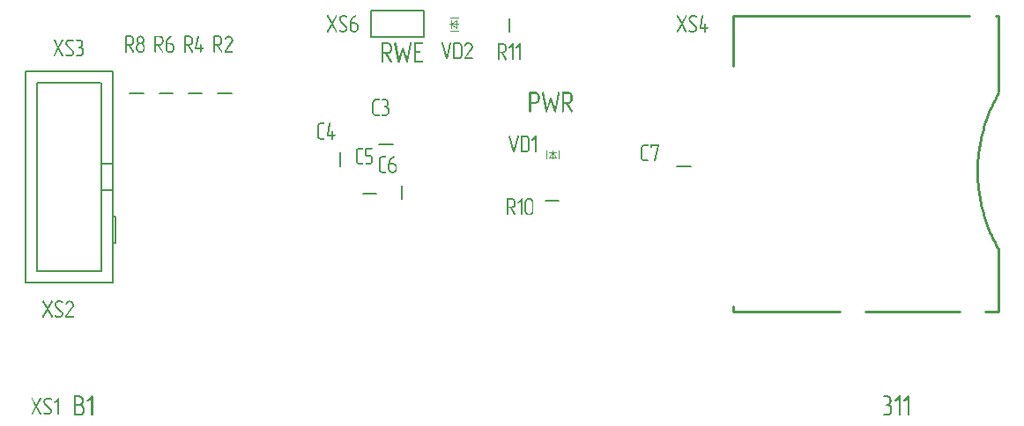
<source format=gto>
G04 Layer_Color=65535*
%FSAX24Y24*%
%MOIN*%
G70*
G01*
G75*
%ADD17C,0.0098*%
%ADD39C,0.0079*%
%ADD40C,0.0059*%
%ADD41C,0.0039*%
%ADD42C,0.0100*%
G36*
X030799Y028467D02*
X030806Y028463D01*
X030811Y028461D01*
X030814Y028457D01*
X030815D01*
X030816Y028456D01*
X030820Y028451D01*
X030823Y028444D01*
X030824Y028440D01*
Y028436D01*
Y028435D01*
Y028434D01*
X030824Y028429D01*
X030821Y028422D01*
X030815Y028415D01*
X030814Y028413D01*
X030809Y028410D01*
X030802Y028406D01*
X030797Y028405D01*
X030792Y028405D01*
X030674D01*
X030668Y028404D01*
X030660Y028402D01*
X030651Y028399D01*
X030642Y028395D01*
X030632Y028389D01*
X030623Y028381D01*
X030622Y028380D01*
X030619Y028377D01*
X030616Y028372D01*
X030611Y028365D01*
X030607Y028357D01*
X030603Y028347D01*
X030600Y028336D01*
X030599Y028324D01*
Y027964D01*
Y027962D01*
Y027958D01*
X030600Y027952D01*
X030602Y027944D01*
X030605Y027935D01*
X030609Y027925D01*
X030615Y027915D01*
X030623Y027906D01*
X030624Y027905D01*
X030628Y027903D01*
X030632Y027899D01*
X030640Y027895D01*
X030648Y027891D01*
X030657Y027887D01*
X030668Y027884D01*
X030680Y027883D01*
X030793D01*
X030799Y027883D01*
X030806Y027879D01*
X030811Y027877D01*
X030814Y027873D01*
X030815D01*
X030816Y027872D01*
X030820Y027867D01*
X030823Y027860D01*
X030824Y027856D01*
Y027852D01*
Y027851D01*
Y027850D01*
X030824Y027845D01*
X030821Y027838D01*
X030815Y027831D01*
X030814Y027829D01*
X030809Y027826D01*
X030802Y027822D01*
X030797Y027822D01*
X030792Y027821D01*
X030674D01*
X030670Y027822D01*
X030665D01*
X030660Y027822D01*
X030646Y027826D01*
X030630Y027831D01*
X030613Y027838D01*
X030597Y027848D01*
X030588Y027854D01*
X030579Y027862D01*
X030578Y027863D01*
X030578Y027863D01*
X030576Y027866D01*
X030573Y027869D01*
X030566Y027878D01*
X030558Y027890D01*
X030549Y027905D01*
X030543Y027923D01*
X030537Y027942D01*
X030537Y027953D01*
X030536Y027964D01*
Y028324D01*
Y028324D01*
Y028326D01*
Y028329D01*
X030537Y028334D01*
Y028338D01*
X030537Y028344D01*
X030541Y028357D01*
X030546Y028374D01*
X030553Y028390D01*
X030563Y028407D01*
X030569Y028416D01*
X030577Y028424D01*
X030578Y028425D01*
X030578Y028426D01*
X030581Y028427D01*
X030584Y028431D01*
X030593Y028437D01*
X030605Y028446D01*
X030620Y028454D01*
X030638Y028461D01*
X030658Y028466D01*
X030669Y028467D01*
X030680Y028467D01*
X030793D01*
X030799Y028467D01*
D02*
G37*
G36*
X031983Y028148D02*
X031989Y028145D01*
X031993Y028142D01*
X031997Y028138D01*
X031999Y028137D01*
X032001Y028132D01*
X032004Y028125D01*
X032006Y028117D01*
Y028116D01*
X032005Y028112D01*
X032004Y028107D01*
X032001Y028101D01*
X032000Y028100D01*
X031998Y028097D01*
X031993Y028093D01*
X031986Y028087D01*
X031977Y028085D01*
X031967Y028080D01*
X031950Y028071D01*
X031949D01*
X031948Y028069D01*
X031944Y028067D01*
X031939Y028065D01*
X031928Y028056D01*
X031917Y028047D01*
X031916Y028046D01*
X031912Y028044D01*
X031907Y028039D01*
X031900Y028033D01*
X031892Y028024D01*
X031884Y028014D01*
X031875Y028002D01*
X031865Y027988D01*
X031864Y027987D01*
X031862Y027984D01*
X031859Y027979D01*
X031856Y027972D01*
X031852Y027963D01*
X031847Y027953D01*
X031843Y027943D01*
X031838Y027931D01*
X031837Y027929D01*
X031836Y027925D01*
X031835Y027920D01*
X031833Y027912D01*
X031828Y027896D01*
X031827Y027888D01*
X031826Y027881D01*
X031957D01*
X031960Y027880D01*
X031966D01*
X031972Y027879D01*
X031986Y027875D01*
X032002Y027871D01*
X032020Y027862D01*
X032037Y027852D01*
X032045Y027845D01*
X032053Y027838D01*
X032054Y027837D01*
X032055Y027836D01*
X032057Y027833D01*
X032060Y027830D01*
X032067Y027821D01*
X032075Y027810D01*
X032082Y027794D01*
X032090Y027777D01*
X032094Y027758D01*
X032096Y027747D01*
Y027736D01*
Y027646D01*
Y027646D01*
Y027644D01*
Y027641D01*
X032095Y027636D01*
Y027631D01*
X032094Y027626D01*
X032091Y027611D01*
X032086Y027595D01*
X032078Y027578D01*
X032068Y027561D01*
X032061Y027553D01*
X032053Y027544D01*
X032052D01*
X032051Y027543D01*
X032049Y027541D01*
X032046Y027538D01*
X032037Y027531D01*
X032025Y027523D01*
X032010Y027516D01*
X031992Y027509D01*
X031973Y027504D01*
X031962Y027503D01*
X031951Y027503D01*
X031900D01*
X031897Y027503D01*
X031886Y027504D01*
X031873Y027508D01*
X031857Y027513D01*
X031841Y027520D01*
X031824Y027530D01*
X031815Y027536D01*
X031806Y027544D01*
X031805Y027544D01*
X031805Y027545D01*
X031803Y027548D01*
X031800Y027551D01*
X031793Y027560D01*
X031785Y027572D01*
X031776Y027587D01*
X031770Y027605D01*
X031764Y027624D01*
X031764Y027635D01*
X031763Y027646D01*
Y027845D01*
Y027846D01*
Y027850D01*
Y027854D01*
X031764Y027861D01*
X031764Y027870D01*
X031765Y027880D01*
X031767Y027892D01*
X031769Y027903D01*
X031772Y027917D01*
X031774Y027931D01*
X031784Y027961D01*
X031789Y027975D01*
X031795Y027991D01*
X031804Y028006D01*
X031812Y028022D01*
X031813Y028023D01*
X031815Y028025D01*
X031817Y028030D01*
X031822Y028036D01*
X031827Y028043D01*
X031834Y028051D01*
X031842Y028060D01*
X031851Y028070D01*
X031861Y028080D01*
X031872Y028090D01*
X031885Y028101D01*
X031898Y028111D01*
X031912Y028121D01*
X031928Y028130D01*
X031945Y028139D01*
X031962Y028147D01*
X031975Y028149D01*
X031978D01*
X031983Y028148D01*
D02*
G37*
G36*
X029337Y029409D02*
X029345Y029405D01*
X029349Y029403D01*
X029353Y029399D01*
X029354D01*
X029355Y029398D01*
X029358Y029393D01*
X029361Y029386D01*
X029363Y029382D01*
Y029378D01*
Y029377D01*
Y029376D01*
X029362Y029371D01*
X029359Y029364D01*
X029354Y029357D01*
X029352Y029355D01*
X029347Y029352D01*
X029340Y029348D01*
X029335Y029348D01*
X029330Y029347D01*
X029212D01*
X029206Y029346D01*
X029199Y029344D01*
X029190Y029341D01*
X029181Y029337D01*
X029171Y029331D01*
X029161Y029323D01*
X029161Y029322D01*
X029158Y029319D01*
X029154Y029314D01*
X029150Y029307D01*
X029145Y029299D01*
X029141Y029289D01*
X029139Y029278D01*
X029138Y029266D01*
Y028906D01*
Y028904D01*
Y028900D01*
X029139Y028894D01*
X029140Y028886D01*
X029143Y028877D01*
X029148Y028867D01*
X029153Y028857D01*
X029161Y028848D01*
X029162Y028847D01*
X029166Y028845D01*
X029171Y028841D01*
X029178Y028837D01*
X029186Y028833D01*
X029195Y028829D01*
X029206Y028826D01*
X029218Y028826D01*
X029332D01*
X029337Y028825D01*
X029345Y028821D01*
X029349Y028819D01*
X029353Y028816D01*
X029354D01*
X029355Y028814D01*
X029358Y028809D01*
X029361Y028802D01*
X029363Y028798D01*
Y028794D01*
Y028793D01*
Y028792D01*
X029362Y028787D01*
X029359Y028780D01*
X029354Y028773D01*
X029352Y028771D01*
X029347Y028768D01*
X029340Y028765D01*
X029335Y028764D01*
X029330Y028763D01*
X029212D01*
X029209Y028764D01*
X029203D01*
X029198Y028765D01*
X029184Y028768D01*
X029169Y028773D01*
X029151Y028780D01*
X029135Y028790D01*
X029126Y028796D01*
X029118Y028804D01*
X029117Y028805D01*
X029116Y028806D01*
X029114Y028808D01*
X029111Y028811D01*
X029104Y028820D01*
X029096Y028832D01*
X029088Y028847D01*
X029081Y028865D01*
X029076Y028884D01*
X029075Y028895D01*
X029074Y028906D01*
Y029266D01*
Y029266D01*
Y029268D01*
Y029271D01*
X029075Y029276D01*
Y029280D01*
X029076Y029286D01*
X029079Y029299D01*
X029084Y029316D01*
X029091Y029332D01*
X029101Y029349D01*
X029108Y029358D01*
X029115Y029366D01*
X029116Y029367D01*
X029117Y029368D01*
X029120Y029369D01*
X029122Y029373D01*
X029131Y029379D01*
X029143Y029388D01*
X029159Y029396D01*
X029176Y029403D01*
X029196Y029408D01*
X029207Y029409D01*
X029218Y029410D01*
X029332D01*
X029337Y029409D01*
D02*
G37*
G36*
X031160Y028467D02*
X031167Y028463D01*
X031171Y028461D01*
X031174Y028457D01*
X031175D01*
X031176Y028456D01*
X031180Y028451D01*
X031183Y028444D01*
X031185Y028440D01*
Y028436D01*
Y028435D01*
Y028434D01*
X031184Y028429D01*
X031182Y028422D01*
X031176Y028415D01*
X031174Y028413D01*
X031170Y028410D01*
X031162Y028406D01*
X031158Y028405D01*
X031152Y028405D01*
X030960D01*
Y028197D01*
X031046D01*
X031050Y028196D01*
X031056D01*
X031061Y028195D01*
X031075Y028191D01*
X031091Y028187D01*
X031109Y028179D01*
X031126Y028169D01*
X031134Y028161D01*
X031142Y028154D01*
X031143Y028153D01*
X031144Y028152D01*
X031149Y028147D01*
X031156Y028138D01*
X031164Y028126D01*
X031172Y028111D01*
X031179Y028094D01*
X031183Y028074D01*
X031185Y028064D01*
Y028053D01*
Y027964D01*
Y027963D01*
Y027961D01*
Y027958D01*
X031184Y027954D01*
Y027949D01*
X031183Y027943D01*
X031180Y027929D01*
X031175Y027914D01*
X031167Y027896D01*
X031157Y027879D01*
X031150Y027871D01*
X031142Y027863D01*
X031141D01*
X031141Y027861D01*
X031138Y027859D01*
X031135Y027856D01*
X031126Y027849D01*
X031114Y027842D01*
X031099Y027834D01*
X031081Y027827D01*
X031062Y027822D01*
X031051Y027822D01*
X031040Y027821D01*
X030925D01*
X030919Y027822D01*
X030912Y027824D01*
X030905Y027829D01*
Y027830D01*
X030904Y027831D01*
X030901Y027835D01*
X030897Y027842D01*
X030896Y027852D01*
Y027853D01*
X030897Y027857D01*
X030899Y027863D01*
X030904Y027871D01*
Y027872D01*
X030906Y027873D01*
X030909Y027877D01*
X030916Y027882D01*
X030922Y027883D01*
X030927Y027883D01*
X031046D01*
X031052Y027884D01*
X031060Y027886D01*
X031070Y027889D01*
X031079Y027894D01*
X031089Y027899D01*
X031098Y027906D01*
X031099Y027907D01*
X031101Y027911D01*
X031105Y027915D01*
X031110Y027923D01*
X031114Y027931D01*
X031118Y027941D01*
X031121Y027952D01*
X031121Y027964D01*
Y028054D01*
Y028056D01*
Y028059D01*
X031121Y028066D01*
X031119Y028073D01*
X031116Y028082D01*
X031111Y028091D01*
X031106Y028101D01*
X031098Y028110D01*
X031097Y028111D01*
X031093Y028114D01*
X031089Y028118D01*
X031081Y028122D01*
X031073Y028127D01*
X031063Y028130D01*
X031052Y028133D01*
X031040Y028134D01*
X030926D01*
X030923Y028135D01*
X030917Y028136D01*
X030912Y028138D01*
X030906Y028141D01*
X030901Y028147D01*
X030897Y028155D01*
X030896Y028165D01*
Y028436D01*
Y028437D01*
X030897Y028441D01*
X030898Y028446D01*
X030900Y028452D01*
X030904Y028457D01*
X030909Y028463D01*
X030917Y028467D01*
X030927Y028467D01*
X031154D01*
X031160Y028467D01*
D02*
G37*
G36*
X041582Y028589D02*
X041589Y028585D01*
X041594Y028583D01*
X041598Y028580D01*
X041599D01*
X041599Y028578D01*
X041603Y028573D01*
X041606Y028566D01*
X041608Y028562D01*
Y028558D01*
Y028557D01*
Y028556D01*
X041607Y028551D01*
X041604Y028544D01*
X041599Y028537D01*
X041597Y028535D01*
X041592Y028532D01*
X041585Y028529D01*
X041580Y028528D01*
X041575Y028527D01*
X041457D01*
X041451Y028526D01*
X041444Y028524D01*
X041435Y028521D01*
X041425Y028517D01*
X041415Y028511D01*
X041406Y028503D01*
X041405Y028502D01*
X041403Y028500D01*
X041399Y028494D01*
X041395Y028488D01*
X041390Y028479D01*
X041386Y028469D01*
X041384Y028459D01*
X041383Y028446D01*
Y028086D01*
Y028084D01*
Y028080D01*
X041384Y028074D01*
X041385Y028066D01*
X041388Y028057D01*
X041393Y028048D01*
X041398Y028038D01*
X041406Y028029D01*
X041407Y028028D01*
X041411Y028025D01*
X041415Y028021D01*
X041423Y028018D01*
X041431Y028013D01*
X041440Y028009D01*
X041451Y028007D01*
X041463Y028006D01*
X041577D01*
X041582Y028005D01*
X041589Y028001D01*
X041594Y027999D01*
X041598Y027996D01*
X041599D01*
X041599Y027994D01*
X041603Y027989D01*
X041606Y027982D01*
X041608Y027978D01*
Y027974D01*
Y027973D01*
Y027972D01*
X041607Y027968D01*
X041604Y027960D01*
X041599Y027953D01*
X041597Y027951D01*
X041592Y027948D01*
X041585Y027945D01*
X041580Y027944D01*
X041575Y027943D01*
X041457D01*
X041454Y027944D01*
X041448D01*
X041443Y027945D01*
X041429Y027948D01*
X041414Y027953D01*
X041396Y027960D01*
X041380Y027970D01*
X041371Y027977D01*
X041363Y027984D01*
X041362Y027985D01*
X041361Y027986D01*
X041359Y027988D01*
X041356Y027991D01*
X041349Y028000D01*
X041341Y028012D01*
X041333Y028028D01*
X041326Y028045D01*
X041321Y028064D01*
X041320Y028075D01*
X041319Y028086D01*
Y028446D01*
Y028447D01*
Y028449D01*
Y028451D01*
X041320Y028456D01*
Y028460D01*
X041321Y028466D01*
X041324Y028479D01*
X041329Y028496D01*
X041336Y028512D01*
X041346Y028530D01*
X041353Y028538D01*
X041360Y028546D01*
X041361Y028547D01*
X041362Y028548D01*
X041364Y028550D01*
X041367Y028553D01*
X041376Y028560D01*
X041388Y028568D01*
X041404Y028576D01*
X041421Y028583D01*
X041441Y028588D01*
X041452Y028589D01*
X041463Y028590D01*
X041577D01*
X041582Y028589D01*
D02*
G37*
G36*
X037125Y026551D02*
X037130D01*
X037135Y026551D01*
X037149Y026547D01*
X037166Y026542D01*
X037183Y026534D01*
X037200Y026524D01*
X037208Y026517D01*
X037217Y026509D01*
X037217Y026509D01*
X037218Y026508D01*
X037224Y026502D01*
X037230Y026493D01*
X037238Y026481D01*
X037247Y026467D01*
X037254Y026449D01*
X037258Y026429D01*
X037259Y026419D01*
X037260Y026408D01*
Y026049D01*
Y026048D01*
Y026046D01*
Y026043D01*
X037259Y026039D01*
Y026034D01*
X037258Y026028D01*
X037255Y026014D01*
X037250Y025998D01*
X037242Y025981D01*
X037232Y025964D01*
X037225Y025956D01*
X037217Y025947D01*
X037217D01*
X037216Y025946D01*
X037213Y025944D01*
X037210Y025941D01*
X037201Y025934D01*
X037189Y025926D01*
X037174Y025919D01*
X037156Y025912D01*
X037136Y025907D01*
X037125Y025906D01*
X037115Y025906D01*
X037064D01*
X037061Y025906D01*
X037055D01*
X037050Y025907D01*
X037036Y025911D01*
X037021Y025916D01*
X037004Y025923D01*
X036987Y025933D01*
X036978Y025939D01*
X036970Y025947D01*
X036969Y025947D01*
X036968Y025948D01*
X036966Y025951D01*
X036963Y025954D01*
X036956Y025963D01*
X036948Y025975D01*
X036940Y025990D01*
X036933Y026008D01*
X036928Y026027D01*
X036927Y026038D01*
X036926Y026049D01*
Y026408D01*
Y026409D01*
Y026411D01*
Y026414D01*
X036927Y026418D01*
Y026423D01*
X036928Y026428D01*
X036931Y026442D01*
X036936Y026458D01*
X036943Y026475D01*
X036953Y026492D01*
X036960Y026500D01*
X036967Y026509D01*
X036968Y026509D01*
X036969Y026510D01*
X036972Y026512D01*
X036974Y026516D01*
X036983Y026522D01*
X036995Y026530D01*
X037011Y026539D01*
X037028Y026546D01*
X037048Y026551D01*
X037059Y026551D01*
X037070Y026552D01*
X037120D01*
X037125Y026551D01*
D02*
G37*
G36*
X031665Y028148D02*
X031672Y028145D01*
X031677Y028143D01*
X031681Y028139D01*
X031682D01*
X031682Y028137D01*
X031686Y028133D01*
X031689Y028126D01*
X031691Y028122D01*
Y028117D01*
Y028117D01*
Y028116D01*
X031690Y028111D01*
X031687Y028104D01*
X031682Y028096D01*
X031680Y028095D01*
X031675Y028092D01*
X031668Y028088D01*
X031663Y028087D01*
X031658Y028086D01*
X031540D01*
X031534Y028086D01*
X031527Y028084D01*
X031518Y028081D01*
X031508Y028076D01*
X031498Y028071D01*
X031489Y028063D01*
X031488Y028062D01*
X031486Y028059D01*
X031482Y028054D01*
X031477Y028047D01*
X031473Y028039D01*
X031469Y028029D01*
X031467Y028018D01*
X031466Y028005D01*
Y027646D01*
Y027644D01*
Y027640D01*
X031467Y027634D01*
X031468Y027626D01*
X031471Y027616D01*
X031476Y027607D01*
X031481Y027597D01*
X031489Y027588D01*
X031490Y027587D01*
X031494Y027585D01*
X031498Y027581D01*
X031506Y027577D01*
X031514Y027573D01*
X031523Y027569D01*
X031534Y027566D01*
X031546Y027565D01*
X031660D01*
X031665Y027564D01*
X031672Y027561D01*
X031677Y027559D01*
X031681Y027555D01*
X031682D01*
X031682Y027554D01*
X031686Y027549D01*
X031689Y027542D01*
X031691Y027538D01*
Y027533D01*
Y027533D01*
Y027532D01*
X031690Y027527D01*
X031687Y027520D01*
X031682Y027513D01*
X031680Y027511D01*
X031675Y027508D01*
X031668Y027504D01*
X031663Y027503D01*
X031658Y027503D01*
X031540D01*
X031537Y027503D01*
X031531D01*
X031526Y027504D01*
X031512Y027508D01*
X031497Y027513D01*
X031479Y027520D01*
X031463Y027530D01*
X031454Y027536D01*
X031446Y027544D01*
X031445Y027544D01*
X031444Y027545D01*
X031442Y027548D01*
X031439Y027551D01*
X031432Y027560D01*
X031424Y027572D01*
X031416Y027587D01*
X031409Y027605D01*
X031404Y027624D01*
X031403Y027635D01*
X031402Y027646D01*
Y028005D01*
Y028006D01*
Y028008D01*
Y028011D01*
X031403Y028015D01*
Y028020D01*
X031404Y028025D01*
X031407Y028039D01*
X031412Y028056D01*
X031419Y028072D01*
X031429Y028089D01*
X031436Y028097D01*
X031443Y028106D01*
X031444Y028107D01*
X031445Y028107D01*
X031447Y028109D01*
X031450Y028113D01*
X031459Y028119D01*
X031471Y028127D01*
X031487Y028136D01*
X031504Y028143D01*
X031524Y028148D01*
X031535Y028148D01*
X031546Y028149D01*
X031660D01*
X031665Y028148D01*
D02*
G37*
G36*
X041989Y028589D02*
X041997Y028586D01*
X042004Y028581D01*
X042005D01*
X042006Y028579D01*
X042009Y028575D01*
X042012Y028569D01*
X042014Y028564D01*
Y028560D01*
X042013Y028551D01*
X041877Y027967D01*
Y027966D01*
X041876Y027963D01*
X041873Y027957D01*
X041866Y027948D01*
X041848Y027943D01*
X041846D01*
X041841Y027944D01*
X041834Y027946D01*
X041825Y027949D01*
X041824D01*
X041824Y027951D01*
X041820Y027956D01*
X041815Y027964D01*
X041814Y027969D01*
X041814Y027975D01*
X041814Y027980D01*
X041944Y028527D01*
X041743D01*
Y028490D01*
Y028490D01*
Y028489D01*
X041743Y028482D01*
X041739Y028475D01*
X041737Y028470D01*
X041733Y028467D01*
X041732Y028466D01*
X041727Y028463D01*
X041720Y028460D01*
X041711Y028459D01*
X041710D01*
X041706Y028460D01*
X041700Y028462D01*
X041691Y028466D01*
X041689Y028468D01*
X041685Y028472D01*
X041681Y028479D01*
X041681Y028485D01*
X041680Y028490D01*
Y028558D01*
Y028560D01*
X041681Y028563D01*
X041681Y028568D01*
X041683Y028574D01*
X041687Y028580D01*
X041692Y028585D01*
X041701Y028589D01*
X041711Y028590D01*
X041984D01*
X041989Y028589D01*
D02*
G37*
G36*
X029562Y029409D02*
X029570Y029406D01*
X029579Y029400D01*
X029580D01*
X029580Y029399D01*
X029584Y029394D01*
X029587Y029388D01*
X029589Y029383D01*
Y029379D01*
X029588Y029372D01*
X029504Y028960D01*
X029615D01*
Y029063D01*
Y029064D01*
Y029065D01*
X029616Y029070D01*
X029619Y029077D01*
X029624Y029084D01*
Y029085D01*
X029626Y029086D01*
X029631Y029090D01*
X029637Y029093D01*
X029642Y029095D01*
X029648D01*
X029653Y029094D01*
X029661Y029092D01*
X029668Y029086D01*
X029669D01*
X029670Y029084D01*
X029673Y029081D01*
X029677Y029073D01*
X029679Y029069D01*
Y029063D01*
Y028960D01*
X029738D01*
X029744Y028959D01*
X029751Y028956D01*
X029755Y028954D01*
X029759Y028950D01*
X029760D01*
X029761Y028949D01*
X029765Y028944D01*
X029767Y028937D01*
X029769Y028933D01*
Y028929D01*
Y028928D01*
Y028927D01*
X029768Y028922D01*
X029765Y028915D01*
X029760Y028908D01*
X029758Y028906D01*
X029754Y028903D01*
X029746Y028899D01*
X029742Y028898D01*
X029736Y028898D01*
X029679D01*
Y028794D01*
Y028793D01*
Y028791D01*
X029678Y028785D01*
X029675Y028778D01*
X029670Y028771D01*
X029668Y028770D01*
X029663Y028767D01*
X029655Y028764D01*
X029646Y028763D01*
X029645D01*
X029642Y028764D01*
X029635Y028765D01*
X029626Y028768D01*
X029624Y028770D01*
X029621Y028775D01*
X029617Y028783D01*
X029616Y028788D01*
X029615Y028794D01*
Y028898D01*
X029464D01*
X029458Y028898D01*
X029450Y028901D01*
X029443Y028906D01*
X029442Y028908D01*
X029439Y028912D01*
X029436Y028919D01*
X029435Y028929D01*
Y028934D01*
X029525Y029382D01*
Y029383D01*
X029526Y029385D01*
X029527Y029390D01*
X029530Y029397D01*
X029537Y029403D01*
X029554Y029410D01*
X029560D01*
X029562Y029409D01*
D02*
G37*
G36*
X020091Y032565D02*
X020096D01*
X020103Y032564D01*
X020116Y032561D01*
X020133Y032556D01*
X020150Y032549D01*
X020167Y032538D01*
X020176Y032531D01*
X020184Y032524D01*
X020185Y032523D01*
X020186Y032522D01*
X020188Y032520D01*
X020190Y032517D01*
X020198Y032508D01*
X020205Y032496D01*
X020212Y032480D01*
X020219Y032463D01*
X020224Y032444D01*
X020226Y032433D01*
Y032422D01*
Y032378D01*
Y032363D01*
Y032353D01*
X020222Y032343D01*
Y032342D01*
Y032341D01*
X020221Y032338D01*
X020220Y032335D01*
X020218Y032326D01*
X020212Y032316D01*
X020211Y032315D01*
X020209Y032311D01*
X020207Y032306D01*
X020203Y032301D01*
X020198Y032295D01*
X020192Y032287D01*
X020185Y032281D01*
X020177Y032275D01*
X020177Y032274D01*
X020181Y032273D01*
X020187Y032269D01*
X020193Y032265D01*
X020200Y032259D01*
X020208Y032251D01*
X020218Y032241D01*
X020226Y032228D01*
X020227Y032226D01*
X020229Y032222D01*
X020233Y032214D01*
X020238Y032205D01*
X020241Y032194D01*
X020245Y032182D01*
X020248Y032167D01*
X020249Y032153D01*
Y032063D01*
Y032062D01*
Y032060D01*
Y032058D01*
X020248Y032053D01*
Y032048D01*
X020247Y032042D01*
X020243Y032028D01*
X020239Y032012D01*
X020230Y031995D01*
X020220Y031978D01*
X020213Y031969D01*
X020206Y031961D01*
X020205D01*
X020204Y031959D01*
X020201Y031958D01*
X020198Y031955D01*
X020189Y031948D01*
X020177Y031940D01*
X020162Y031933D01*
X020145Y031926D01*
X020126Y031921D01*
X020115Y031920D01*
X020104Y031919D01*
X019988D01*
X019983Y031920D01*
X019975Y031923D01*
X019968Y031927D01*
Y031928D01*
X019967Y031929D01*
X019964Y031934D01*
X019961Y031941D01*
X019960Y031950D01*
Y031951D01*
X019961Y031956D01*
X019962Y031961D01*
X019967Y031969D01*
Y031970D01*
X019969Y031971D01*
X019973Y031976D01*
X019980Y031980D01*
X019985Y031981D01*
X019991Y031982D01*
X020109D01*
X020116Y031983D01*
X020124Y031985D01*
X020133Y031988D01*
X020142Y031992D01*
X020152Y031998D01*
X020161Y032005D01*
X020162Y032006D01*
X020165Y032009D01*
X020168Y032014D01*
X020173Y032021D01*
X020177Y032030D01*
X020181Y032040D01*
X020184Y032050D01*
X020185Y032063D01*
Y032153D01*
Y032155D01*
Y032159D01*
X020184Y032165D01*
X020182Y032173D01*
X020179Y032182D01*
X020175Y032191D01*
X020169Y032201D01*
X020161Y032210D01*
X020160Y032211D01*
X020157Y032214D01*
X020152Y032218D01*
X020146Y032223D01*
X020137Y032226D01*
X020127Y032231D01*
X020116Y032234D01*
X020104Y032234D01*
X020078D01*
X020073Y032235D01*
X020065Y032238D01*
X020058Y032243D01*
Y032244D01*
X020057Y032245D01*
X020055Y032249D01*
X020051Y032256D01*
X020050Y032265D01*
Y032266D01*
X020051Y032271D01*
X020053Y032276D01*
X020057Y032285D01*
Y032286D01*
X020059Y032286D01*
X020063Y032291D01*
X020070Y032296D01*
X020075Y032296D01*
X020081Y032297D01*
X020086D01*
X020093Y032298D01*
X020101Y032300D01*
X020110Y032303D01*
X020119Y032307D01*
X020129Y032313D01*
X020138Y032320D01*
X020139Y032321D01*
X020142Y032325D01*
X020146Y032329D01*
X020150Y032337D01*
X020155Y032345D01*
X020158Y032355D01*
X020161Y032366D01*
X020162Y032378D01*
Y032422D01*
Y032424D01*
Y032428D01*
X020161Y032434D01*
X020159Y032442D01*
X020157Y032451D01*
X020152Y032460D01*
X020147Y032470D01*
X020138Y032480D01*
X020137Y032480D01*
X020135Y032483D01*
X020129Y032487D01*
X020123Y032491D01*
X020115Y032496D01*
X020105Y032500D01*
X020094Y032502D01*
X020081Y032503D01*
X019989D01*
X019983Y032504D01*
X019975Y032507D01*
X019968Y032511D01*
Y032512D01*
X019967Y032513D01*
X019964Y032518D01*
X019961Y032525D01*
X019960Y032534D01*
Y032535D01*
X019961Y032540D01*
X019962Y032545D01*
X019967Y032553D01*
Y032554D01*
X019969Y032555D01*
X019973Y032560D01*
X019980Y032564D01*
X019985Y032565D01*
X019991Y032566D01*
X020087D01*
X020091Y032565D01*
D02*
G37*
G36*
X018944Y018992D02*
X018952Y018991D01*
X018961Y018990D01*
X018971Y018987D01*
X018982Y018984D01*
X018984D01*
X018987Y018982D01*
X018993Y018981D01*
X019000Y018978D01*
X019008Y018975D01*
X019017Y018970D01*
X019036Y018960D01*
X019037Y018960D01*
X019038Y018959D01*
X019041Y018956D01*
X019044Y018952D01*
X019045Y018951D01*
X019047Y018948D01*
X019049Y018942D01*
X019051Y018935D01*
Y018934D01*
Y018933D01*
X019050Y018928D01*
X019047Y018919D01*
X019045Y018916D01*
X019041Y018911D01*
X019039Y018909D01*
X019035Y018907D01*
X019027Y018903D01*
X019022Y018902D01*
X019017Y018901D01*
X019001Y018907D01*
X018999Y018908D01*
X018996Y018910D01*
X018988Y018914D01*
X018979Y018919D01*
X018968Y018923D01*
X018956Y018927D01*
X018942Y018930D01*
X018927Y018930D01*
X018855D01*
X018849Y018930D01*
X018841Y018928D01*
X018832Y018924D01*
X018822Y018920D01*
X018812Y018914D01*
X018803Y018906D01*
X018802Y018905D01*
X018800Y018901D01*
X018796Y018897D01*
X018792Y018889D01*
X018789Y018881D01*
X018785Y018871D01*
X018782Y018860D01*
X018782Y018848D01*
X018782Y018833D01*
X018784Y018825D01*
X018786Y018818D01*
Y018817D01*
X018787Y018817D01*
X018791Y018811D01*
X018796Y018803D01*
X018805Y018792D01*
X019008Y018585D01*
X019009Y018584D01*
X019011Y018582D01*
X019015Y018579D01*
X019019Y018574D01*
X019024Y018568D01*
X019028Y018561D01*
X019033Y018552D01*
X019038Y018543D01*
X019041Y018533D01*
X019047Y018514D01*
X019048Y018503D01*
Y018489D01*
Y018489D01*
Y018487D01*
Y018484D01*
X019048Y018479D01*
X019047Y018475D01*
X019046Y018469D01*
X019043Y018455D01*
X019038Y018439D01*
X019029Y018422D01*
X019024Y018414D01*
X019017Y018405D01*
X019010Y018396D01*
X019002Y018387D01*
X019000Y018386D01*
X018996Y018381D01*
X018987Y018375D01*
X018976Y018367D01*
X018963Y018359D01*
X018945Y018353D01*
X018926Y018348D01*
X018915Y018347D01*
X018904Y018346D01*
X018833D01*
X018828Y018347D01*
X018823D01*
X018817Y018348D01*
X018802Y018351D01*
X018786Y018355D01*
X018768Y018361D01*
X018749Y018369D01*
X018731Y018380D01*
X018720Y018391D01*
X018718Y018404D01*
Y018405D01*
Y018406D01*
X018719Y018411D01*
X018721Y018418D01*
X018726Y018426D01*
Y018427D01*
X018728Y018428D01*
X018732Y018432D01*
X018740Y018436D01*
X018744Y018437D01*
X018749Y018438D01*
X018764Y018432D01*
X018766Y018431D01*
X018771Y018428D01*
X018777Y018425D01*
X018786Y018421D01*
X018797Y018417D01*
X018810Y018413D01*
X018823Y018410D01*
X018837Y018409D01*
X018908D01*
X018915Y018410D01*
X018922Y018412D01*
X018931Y018415D01*
X018941Y018419D01*
X018951Y018425D01*
X018960Y018433D01*
X018961Y018434D01*
X018964Y018438D01*
X018968Y018442D01*
X018973Y018449D01*
X018976Y018458D01*
X018981Y018468D01*
X018984Y018478D01*
X018985Y018489D01*
X018983Y018504D01*
Y018505D01*
Y018506D01*
X018981Y018510D01*
Y018511D01*
X018980Y018513D01*
X018978Y018518D01*
Y018519D01*
X018977Y018520D01*
X018976Y018523D01*
X018975Y018527D01*
X018968Y018536D01*
X018960Y018547D01*
X018760Y018747D01*
X018759Y018748D01*
X018757Y018750D01*
X018753Y018755D01*
X018750Y018759D01*
X018745Y018766D01*
X018740Y018775D01*
X018733Y018784D01*
X018728Y018795D01*
Y018796D01*
X018726Y018799D01*
X018725Y018805D01*
X018723Y018811D01*
X018721Y018819D01*
X018720Y018828D01*
X018719Y018838D01*
X018718Y018849D01*
Y018850D01*
Y018852D01*
Y018855D01*
X018719Y018859D01*
X018720Y018864D01*
X018720Y018870D01*
X018723Y018884D01*
X018729Y018899D01*
X018738Y018917D01*
X018742Y018925D01*
X018749Y018934D01*
X018756Y018943D01*
X018764Y018951D01*
Y018952D01*
X018766Y018953D01*
X018771Y018958D01*
X018779Y018965D01*
X018790Y018972D01*
X018803Y018980D01*
X018820Y018987D01*
X018840Y018991D01*
X018850Y018993D01*
X018936D01*
X018944Y018992D01*
D02*
G37*
G36*
X019780Y032565D02*
X019788Y032564D01*
X019798Y032562D01*
X019808Y032560D01*
X019819Y032557D01*
X019820D01*
X019824Y032555D01*
X019829Y032553D01*
X019837Y032551D01*
X019845Y032548D01*
X019854Y032543D01*
X019872Y032533D01*
X019873Y032532D01*
X019875Y032531D01*
X019878Y032529D01*
X019880Y032525D01*
X019881Y032524D01*
X019883Y032521D01*
X019886Y032515D01*
X019888Y032508D01*
Y032507D01*
Y032506D01*
X019887Y032501D01*
X019883Y032492D01*
X019881Y032489D01*
X019878Y032484D01*
X019876Y032482D01*
X019871Y032480D01*
X019863Y032476D01*
X019859Y032475D01*
X019853Y032474D01*
X019838Y032480D01*
X019836Y032480D01*
X019832Y032483D01*
X019825Y032487D01*
X019816Y032491D01*
X019805Y032496D01*
X019792Y032500D01*
X019778Y032502D01*
X019764Y032503D01*
X019692D01*
X019686Y032502D01*
X019677Y032501D01*
X019668Y032497D01*
X019658Y032493D01*
X019649Y032487D01*
X019640Y032479D01*
X019639Y032478D01*
X019636Y032474D01*
X019633Y032470D01*
X019629Y032462D01*
X019625Y032454D01*
X019622Y032444D01*
X019619Y032433D01*
X019618Y032420D01*
X019619Y032406D01*
X019621Y032398D01*
X019623Y032391D01*
Y032390D01*
X019624Y032389D01*
X019627Y032384D01*
X019633Y032376D01*
X019642Y032365D01*
X019845Y032158D01*
X019846Y032157D01*
X019848Y032155D01*
X019851Y032152D01*
X019856Y032147D01*
X019860Y032141D01*
X019865Y032133D01*
X019870Y032125D01*
X019874Y032116D01*
X019878Y032106D01*
X019883Y032087D01*
X019885Y032076D01*
Y032062D01*
Y032061D01*
Y032060D01*
Y032057D01*
X019884Y032052D01*
X019883Y032048D01*
X019882Y032042D01*
X019880Y032028D01*
X019874Y032012D01*
X019866Y031995D01*
X019860Y031987D01*
X019854Y031978D01*
X019847Y031968D01*
X019839Y031960D01*
X019837Y031958D01*
X019832Y031954D01*
X019824Y031948D01*
X019813Y031940D01*
X019799Y031932D01*
X019782Y031926D01*
X019763Y031921D01*
X019752Y031920D01*
X019740Y031919D01*
X019669D01*
X019665Y031920D01*
X019659D01*
X019654Y031921D01*
X019639Y031924D01*
X019623Y031927D01*
X019604Y031934D01*
X019585Y031942D01*
X019567Y031953D01*
X019557Y031964D01*
X019554Y031977D01*
Y031978D01*
Y031979D01*
X019555Y031984D01*
X019558Y031990D01*
X019563Y031999D01*
Y031999D01*
X019564Y032000D01*
X019569Y032005D01*
X019576Y032009D01*
X019581Y032009D01*
X019585Y032010D01*
X019601Y032005D01*
X019603Y032004D01*
X019607Y032001D01*
X019614Y031998D01*
X019623Y031994D01*
X019634Y031989D01*
X019646Y031986D01*
X019660Y031983D01*
X019674Y031982D01*
X019745D01*
X019751Y031983D01*
X019758Y031985D01*
X019768Y031988D01*
X019778Y031992D01*
X019788Y031998D01*
X019797Y032006D01*
X019798Y032007D01*
X019800Y032010D01*
X019805Y032015D01*
X019809Y032022D01*
X019813Y032030D01*
X019818Y032040D01*
X019820Y032050D01*
X019821Y032062D01*
X019819Y032077D01*
Y032078D01*
Y032079D01*
X019818Y032083D01*
Y032084D01*
X019817Y032086D01*
X019815Y032091D01*
Y032091D01*
X019814Y032093D01*
X019813Y032096D01*
X019811Y032100D01*
X019805Y032109D01*
X019797Y032120D01*
X019596Y032320D01*
X019595Y032321D01*
X019594Y032323D01*
X019590Y032327D01*
X019586Y032332D01*
X019582Y032339D01*
X019576Y032347D01*
X019570Y032357D01*
X019564Y032367D01*
Y032368D01*
X019563Y032372D01*
X019562Y032378D01*
X019560Y032384D01*
X019558Y032392D01*
X019556Y032401D01*
X019555Y032411D01*
X019554Y032422D01*
Y032423D01*
Y032425D01*
Y032428D01*
X019555Y032432D01*
X019556Y032437D01*
X019557Y032443D01*
X019560Y032457D01*
X019565Y032472D01*
X019574Y032490D01*
X019579Y032498D01*
X019585Y032507D01*
X019593Y032516D01*
X019601Y032524D01*
Y032525D01*
X019603Y032526D01*
X019607Y032531D01*
X019615Y032538D01*
X019626Y032545D01*
X019640Y032552D01*
X019656Y032560D01*
X019676Y032564D01*
X019686Y032566D01*
X019773D01*
X019780Y032565D01*
D02*
G37*
G36*
X019459Y032566D02*
X019466Y032563D01*
X019474Y032558D01*
X019475D01*
X019476Y032556D01*
X019480Y032552D01*
X019482Y032544D01*
X019484Y032540D01*
Y032535D01*
Y032534D01*
X019483Y032531D01*
X019482Y032525D01*
X019480Y032520D01*
X019329Y032243D01*
X019480Y031965D01*
X019481Y031964D01*
X019482Y031960D01*
X019483Y031956D01*
X019484Y031950D01*
Y031949D01*
Y031948D01*
X019483Y031943D01*
X019480Y031936D01*
X019477Y031932D01*
X019473Y031927D01*
X019471Y031927D01*
X019467Y031924D01*
X019459Y031920D01*
X019450Y031919D01*
X019447D01*
X019443Y031920D01*
X019440Y031922D01*
X019435Y031924D01*
X019430Y031927D01*
X019426Y031933D01*
X019422Y031939D01*
X019294Y032186D01*
X019163Y031932D01*
Y031931D01*
X019161Y031930D01*
X019156Y031926D01*
X019153Y031923D01*
X019148Y031921D01*
X019143Y031920D01*
X019136Y031919D01*
X019134D01*
X019128Y031920D01*
X019121Y031923D01*
X019113Y031927D01*
X019112Y031929D01*
X019109Y031934D01*
X019106Y031941D01*
X019104Y031950D01*
Y031951D01*
X019105Y031955D01*
X019106Y031960D01*
X019108Y031966D01*
X019259Y032243D01*
X019108Y032520D01*
X019104Y032534D01*
Y032536D01*
X019105Y032541D01*
X019108Y032547D01*
X019113Y032555D01*
Y032556D01*
X019114Y032557D01*
X019119Y032562D01*
X019127Y032565D01*
X019132Y032566D01*
X019137Y032567D01*
X019140D01*
X019144Y032566D01*
X019147Y032564D01*
X019152Y032562D01*
X019157Y032558D01*
X019162Y032552D01*
X019165Y032545D01*
X019294Y032300D01*
X019425Y032552D01*
Y032553D01*
X019426Y032555D01*
X019430Y032560D01*
X019434Y032562D01*
X019439Y032565D01*
X019444Y032566D01*
X019451Y032567D01*
X019453D01*
X019459Y032566D01*
D02*
G37*
G36*
X031649Y030313D02*
X031655D01*
X031661Y030312D01*
X031675Y030308D01*
X031691Y030304D01*
X031709Y030296D01*
X031726Y030285D01*
X031734Y030279D01*
X031742Y030272D01*
X031743Y030271D01*
X031744Y030270D01*
X031746Y030267D01*
X031749Y030265D01*
X031756Y030255D01*
X031763Y030244D01*
X031771Y030228D01*
X031778Y030211D01*
X031782Y030192D01*
X031784Y030181D01*
Y030170D01*
Y030125D01*
Y030111D01*
Y030101D01*
X031781Y030091D01*
Y030090D01*
Y030089D01*
X031780Y030086D01*
X031779Y030082D01*
X031776Y030073D01*
X031771Y030063D01*
X031770Y030062D01*
X031768Y030059D01*
X031765Y030054D01*
X031761Y030049D01*
X031756Y030042D01*
X031751Y030035D01*
X031743Y030029D01*
X031735Y030022D01*
X031736Y030021D01*
X031740Y030020D01*
X031745Y030017D01*
X031751Y030013D01*
X031759Y030007D01*
X031767Y029999D01*
X031776Y029989D01*
X031784Y029976D01*
X031785Y029974D01*
X031788Y029969D01*
X031792Y029962D01*
X031796Y029953D01*
X031800Y029942D01*
X031803Y029929D01*
X031806Y029915D01*
X031807Y029900D01*
Y029811D01*
Y029810D01*
Y029808D01*
Y029805D01*
X031806Y029801D01*
Y029795D01*
X031805Y029790D01*
X031802Y029775D01*
X031797Y029760D01*
X031789Y029743D01*
X031779Y029725D01*
X031771Y029717D01*
X031764Y029709D01*
X031763D01*
X031762Y029707D01*
X031760Y029705D01*
X031757Y029702D01*
X031748Y029695D01*
X031736Y029688D01*
X031720Y029681D01*
X031703Y029673D01*
X031684Y029669D01*
X031673Y029668D01*
X031662Y029667D01*
X031546D01*
X031541Y029668D01*
X031534Y029671D01*
X031526Y029675D01*
Y029676D01*
X031526Y029677D01*
X031523Y029682D01*
X031519Y029689D01*
X031518Y029698D01*
Y029699D01*
X031519Y029703D01*
X031521Y029709D01*
X031526Y029717D01*
Y029718D01*
X031527Y029719D01*
X031531Y029723D01*
X031538Y029728D01*
X031544Y029729D01*
X031549Y029730D01*
X031668D01*
X031674Y029731D01*
X031682Y029733D01*
X031691Y029735D01*
X031700Y029740D01*
X031710Y029745D01*
X031720Y029753D01*
X031720Y029753D01*
X031723Y029757D01*
X031727Y029762D01*
X031731Y029769D01*
X031736Y029777D01*
X031740Y029787D01*
X031742Y029798D01*
X031743Y029811D01*
Y029901D01*
Y029903D01*
Y029907D01*
X031742Y029913D01*
X031741Y029920D01*
X031738Y029929D01*
X031733Y029938D01*
X031728Y029948D01*
X031720Y029958D01*
X031719Y029958D01*
X031716Y029961D01*
X031710Y029966D01*
X031704Y029970D01*
X031696Y029974D01*
X031686Y029978D01*
X031675Y029981D01*
X031662Y029982D01*
X031637D01*
X031631Y029983D01*
X031624Y029986D01*
X031617Y029990D01*
Y029991D01*
X031616Y029992D01*
X031613Y029997D01*
X031609Y030004D01*
X031608Y030013D01*
Y030014D01*
X031609Y030019D01*
X031611Y030024D01*
X031616Y030032D01*
Y030033D01*
X031618Y030034D01*
X031621Y030039D01*
X031628Y030043D01*
X031634Y030044D01*
X031639Y030045D01*
X031645D01*
X031651Y030046D01*
X031659Y030048D01*
X031669Y030050D01*
X031678Y030055D01*
X031688Y030060D01*
X031697Y030068D01*
X031698Y030069D01*
X031700Y030072D01*
X031704Y030077D01*
X031709Y030084D01*
X031713Y030092D01*
X031717Y030102D01*
X031720Y030113D01*
X031720Y030125D01*
Y030170D01*
Y030172D01*
Y030175D01*
X031720Y030182D01*
X031718Y030190D01*
X031715Y030199D01*
X031710Y030208D01*
X031705Y030218D01*
X031697Y030227D01*
X031696Y030228D01*
X031693Y030231D01*
X031688Y030234D01*
X031681Y030239D01*
X031673Y030244D01*
X031663Y030247D01*
X031652Y030250D01*
X031639Y030251D01*
X031547D01*
X031541Y030252D01*
X031534Y030255D01*
X031526Y030259D01*
Y030260D01*
X031526Y030261D01*
X031523Y030265D01*
X031519Y030273D01*
X031518Y030282D01*
Y030283D01*
X031519Y030287D01*
X031521Y030293D01*
X031526Y030301D01*
Y030302D01*
X031527Y030303D01*
X031531Y030307D01*
X031538Y030312D01*
X031544Y030313D01*
X031549Y030314D01*
X031646D01*
X031649Y030313D01*
D02*
G37*
G36*
X031421D02*
X031428Y030309D01*
X031433Y030307D01*
X031436Y030304D01*
X031437D01*
X031438Y030302D01*
X031442Y030297D01*
X031444Y030290D01*
X031446Y030286D01*
Y030282D01*
Y030281D01*
Y030280D01*
X031445Y030275D01*
X031443Y030268D01*
X031437Y030261D01*
X031435Y030259D01*
X031431Y030256D01*
X031423Y030253D01*
X031419Y030252D01*
X031413Y030251D01*
X031296D01*
X031290Y030250D01*
X031282Y030248D01*
X031273Y030245D01*
X031264Y030241D01*
X031254Y030235D01*
X031245Y030227D01*
X031244Y030226D01*
X031241Y030224D01*
X031238Y030218D01*
X031233Y030212D01*
X031229Y030204D01*
X031225Y030193D01*
X031222Y030183D01*
X031221Y030170D01*
Y029810D01*
Y029808D01*
Y029804D01*
X031222Y029798D01*
X031224Y029790D01*
X031227Y029781D01*
X031231Y029772D01*
X031237Y029762D01*
X031245Y029753D01*
X031246Y029752D01*
X031249Y029749D01*
X031254Y029745D01*
X031261Y029742D01*
X031270Y029737D01*
X031279Y029733D01*
X031290Y029731D01*
X031301Y029730D01*
X031415D01*
X031421Y029729D01*
X031428Y029725D01*
X031433Y029723D01*
X031436Y029720D01*
X031437D01*
X031438Y029718D01*
X031442Y029713D01*
X031444Y029706D01*
X031446Y029702D01*
Y029698D01*
Y029697D01*
Y029696D01*
X031445Y029692D01*
X031443Y029684D01*
X031437Y029677D01*
X031435Y029675D01*
X031431Y029672D01*
X031423Y029669D01*
X031419Y029668D01*
X031413Y029667D01*
X031296D01*
X031292Y029668D01*
X031287D01*
X031281Y029669D01*
X031268Y029672D01*
X031252Y029677D01*
X031235Y029684D01*
X031219Y029694D01*
X031209Y029701D01*
X031201Y029708D01*
X031200Y029709D01*
X031199Y029710D01*
X031198Y029712D01*
X031195Y029715D01*
X031188Y029724D01*
X031179Y029736D01*
X031171Y029752D01*
X031165Y029769D01*
X031159Y029788D01*
X031158Y029799D01*
X031157Y029810D01*
Y030170D01*
Y030171D01*
Y030173D01*
Y030175D01*
X031158Y030180D01*
Y030184D01*
X031159Y030190D01*
X031163Y030204D01*
X031168Y030220D01*
X031175Y030236D01*
X031185Y030254D01*
X031191Y030262D01*
X031198Y030270D01*
X031199Y030271D01*
X031200Y030272D01*
X031203Y030274D01*
X031206Y030277D01*
X031215Y030284D01*
X031227Y030292D01*
X031242Y030300D01*
X031260Y030307D01*
X031280Y030312D01*
X031290Y030313D01*
X031301Y030314D01*
X031415D01*
X031421Y030313D01*
D02*
G37*
G36*
X018622Y018993D02*
X018629Y018991D01*
X018638Y018985D01*
X018638D01*
X018639Y018983D01*
X018643Y018979D01*
X018646Y018971D01*
X018648Y018967D01*
Y018962D01*
Y018961D01*
X018647Y018958D01*
X018646Y018952D01*
X018643Y018947D01*
X018493Y018670D01*
X018643Y018392D01*
X018644Y018391D01*
X018646Y018387D01*
X018647Y018383D01*
X018648Y018377D01*
Y018377D01*
Y018376D01*
X018647Y018370D01*
X018643Y018363D01*
X018640Y018359D01*
X018637Y018355D01*
X018635Y018354D01*
X018630Y018351D01*
X018622Y018347D01*
X018613Y018346D01*
X018610D01*
X018607Y018347D01*
X018603Y018349D01*
X018598Y018351D01*
X018594Y018355D01*
X018589Y018360D01*
X018586Y018367D01*
X018457Y018613D01*
X018326Y018359D01*
Y018358D01*
X018324Y018357D01*
X018320Y018353D01*
X018316Y018350D01*
X018311Y018348D01*
X018306Y018347D01*
X018300Y018346D01*
X018298D01*
X018291Y018347D01*
X018284Y018350D01*
X018277Y018355D01*
X018275Y018356D01*
X018272Y018361D01*
X018270Y018368D01*
X018268Y018377D01*
Y018378D01*
X018269Y018382D01*
X018270Y018387D01*
X018271Y018393D01*
X018423Y018670D01*
X018271Y018947D01*
X018268Y018961D01*
Y018963D01*
X018269Y018968D01*
X018271Y018974D01*
X018276Y018982D01*
Y018983D01*
X018278Y018984D01*
X018282Y018989D01*
X018290Y018992D01*
X018295Y018993D01*
X018301Y018994D01*
X018303D01*
X018307Y018993D01*
X018311Y018991D01*
X018315Y018989D01*
X018321Y018985D01*
X018325Y018980D01*
X018329Y018972D01*
X018457Y018727D01*
X018588Y018980D01*
Y018981D01*
X018589Y018982D01*
X018594Y018987D01*
X018598Y018990D01*
X018602Y018992D01*
X018608Y018993D01*
X018614Y018994D01*
X018617D01*
X018622Y018993D01*
D02*
G37*
G36*
X019297Y018992D02*
X019304Y018990D01*
X019313Y018984D01*
X019314D01*
X019314Y018982D01*
X019318Y018979D01*
X019321Y018971D01*
X019323Y018967D01*
Y018962D01*
Y018377D01*
Y018377D01*
Y018375D01*
X019322Y018369D01*
X019319Y018362D01*
X019314Y018355D01*
X019312Y018354D01*
X019307Y018351D01*
X019299Y018347D01*
X019290Y018346D01*
X019289D01*
X019285Y018347D01*
X019279Y018349D01*
X019270Y018352D01*
X019268Y018354D01*
X019264Y018358D01*
X019261Y018367D01*
X019260Y018372D01*
X019259Y018377D01*
Y018899D01*
X019178Y018805D01*
X019176Y018803D01*
X019171Y018800D01*
X019165Y018797D01*
X019156Y018796D01*
X019154D01*
X019148Y018796D01*
X019140Y018799D01*
X019133Y018805D01*
X019131Y018807D01*
X019129Y018811D01*
X019126Y018818D01*
X019124Y018827D01*
Y018828D01*
X019125Y018832D01*
X019128Y018838D01*
X019130Y018843D01*
X019132Y018848D01*
X019267Y018984D01*
X019269Y018986D01*
X019273Y018989D01*
X019280Y018991D01*
X019289Y018993D01*
X019292D01*
X019297Y018992D01*
D02*
G37*
G36*
X043353Y033481D02*
X043361Y033480D01*
X043370Y033478D01*
X043380Y033475D01*
X043391Y033472D01*
X043393D01*
X043397Y033471D01*
X043402Y033469D01*
X043410Y033466D01*
X043418Y033463D01*
X043427Y033459D01*
X043445Y033449D01*
X043446Y033448D01*
X043448Y033447D01*
X043451Y033444D01*
X043453Y033440D01*
X043454Y033440D01*
X043456Y033436D01*
X043459Y033430D01*
X043461Y033423D01*
Y033422D01*
Y033421D01*
X043460Y033416D01*
X043456Y033408D01*
X043454Y033404D01*
X043451Y033399D01*
X043449Y033398D01*
X043444Y033395D01*
X043436Y033391D01*
X043431Y033390D01*
X043426Y033389D01*
X043411Y033395D01*
X043409Y033396D01*
X043405Y033399D01*
X043398Y033402D01*
X043389Y033407D01*
X043378Y033411D01*
X043365Y033415D01*
X043351Y033418D01*
X043337Y033419D01*
X043265D01*
X043258Y033418D01*
X043250Y033416D01*
X043241Y033412D01*
X043231Y033409D01*
X043222Y033402D01*
X043213Y033394D01*
X043212Y033393D01*
X043209Y033389D01*
X043206Y033385D01*
X043202Y033378D01*
X043198Y033369D01*
X043195Y033359D01*
X043192Y033348D01*
X043191Y033336D01*
X043192Y033321D01*
X043194Y033313D01*
X043196Y033307D01*
Y033306D01*
X043196Y033305D01*
X043200Y033299D01*
X043206Y033291D01*
X043215Y033280D01*
X043418Y033073D01*
X043419Y033072D01*
X043421Y033071D01*
X043424Y033067D01*
X043429Y033062D01*
X043433Y033056D01*
X043438Y033049D01*
X043442Y033041D01*
X043447Y033031D01*
X043451Y033021D01*
X043456Y033002D01*
X043458Y032991D01*
Y032978D01*
Y032977D01*
Y032975D01*
Y032972D01*
X043457Y032968D01*
X043456Y032963D01*
X043455Y032958D01*
X043452Y032943D01*
X043447Y032928D01*
X043439Y032910D01*
X043433Y032902D01*
X043427Y032893D01*
X043420Y032884D01*
X043411Y032876D01*
X043410Y032874D01*
X043405Y032869D01*
X043397Y032863D01*
X043386Y032856D01*
X043372Y032847D01*
X043355Y032841D01*
X043336Y032836D01*
X043325Y032836D01*
X043313Y032835D01*
X043242D01*
X043237Y032836D01*
X043232D01*
X043226Y032836D01*
X043212Y032839D01*
X043196Y032843D01*
X043177Y032849D01*
X043158Y032857D01*
X043140Y032868D01*
X043130Y032879D01*
X043127Y032892D01*
Y032893D01*
Y032894D01*
X043128Y032899D01*
X043131Y032906D01*
X043135Y032914D01*
Y032915D01*
X043137Y032916D01*
X043142Y032920D01*
X043149Y032924D01*
X043154Y032925D01*
X043158Y032926D01*
X043174Y032920D01*
X043175Y032919D01*
X043180Y032917D01*
X043186Y032913D01*
X043196Y032909D01*
X043206Y032905D01*
X043219Y032901D01*
X043233Y032898D01*
X043247Y032898D01*
X043318D01*
X043324Y032898D01*
X043331Y032900D01*
X043340Y032903D01*
X043350Y032908D01*
X043360Y032913D01*
X043370Y032921D01*
X043370Y032922D01*
X043373Y032926D01*
X043378Y032930D01*
X043382Y032938D01*
X043386Y032946D01*
X043390Y032956D01*
X043393Y032966D01*
X043394Y032978D01*
X043392Y032992D01*
Y032993D01*
Y032994D01*
X043390Y032999D01*
Y033000D01*
X043390Y033001D01*
X043388Y033006D01*
Y033007D01*
X043387Y033009D01*
X043386Y033011D01*
X043384Y033015D01*
X043378Y033024D01*
X043370Y033035D01*
X043169Y033235D01*
X043168Y033236D01*
X043166Y033238D01*
X043163Y033243D01*
X043159Y033247D01*
X043155Y033255D01*
X043149Y033263D01*
X043143Y033272D01*
X043137Y033283D01*
Y033284D01*
X043135Y033287D01*
X043134Y033293D01*
X043133Y033299D01*
X043131Y033307D01*
X043129Y033317D01*
X043128Y033327D01*
X043127Y033338D01*
Y033338D01*
Y033340D01*
Y033343D01*
X043128Y033348D01*
X043129Y033352D01*
X043130Y033358D01*
X043133Y033372D01*
X043138Y033388D01*
X043147Y033405D01*
X043152Y033413D01*
X043158Y033422D01*
X043165Y033431D01*
X043174Y033440D01*
Y033440D01*
X043175Y033441D01*
X043180Y033446D01*
X043188Y033453D01*
X043199Y033461D01*
X043213Y033468D01*
X043229Y033475D01*
X043249Y033480D01*
X043259Y033481D01*
X043346D01*
X043353Y033481D01*
D02*
G37*
G36*
X043032Y033481D02*
X043039Y033479D01*
X043047Y033473D01*
X043048D01*
X043049Y033471D01*
X043053Y033467D01*
X043055Y033460D01*
X043057Y033455D01*
Y033450D01*
Y033450D01*
X043056Y033446D01*
X043055Y033440D01*
X043053Y033435D01*
X042902Y033158D01*
X043053Y032880D01*
X043053Y032879D01*
X043055Y032876D01*
X043056Y032871D01*
X043057Y032866D01*
Y032865D01*
Y032864D01*
X043056Y032858D01*
X043053Y032851D01*
X043050Y032847D01*
X043046Y032843D01*
X043044Y032842D01*
X043040Y032839D01*
X043032Y032836D01*
X043022Y032835D01*
X043020D01*
X043016Y032836D01*
X043012Y032837D01*
X043008Y032839D01*
X043003Y032843D01*
X042999Y032848D01*
X042995Y032855D01*
X042867Y033102D01*
X042735Y032847D01*
Y032846D01*
X042734Y032846D01*
X042729Y032841D01*
X042725Y032838D01*
X042721Y032836D01*
X042715Y032836D01*
X042709Y032835D01*
X042707D01*
X042701Y032836D01*
X042694Y032838D01*
X042686Y032843D01*
X042684Y032845D01*
X042682Y032849D01*
X042679Y032857D01*
X042677Y032866D01*
Y032867D01*
X042678Y032870D01*
X042679Y032876D01*
X042681Y032881D01*
X042832Y033158D01*
X042681Y033435D01*
X042677Y033450D01*
Y033451D01*
X042678Y033456D01*
X042681Y033462D01*
X042685Y033471D01*
Y033471D01*
X042687Y033472D01*
X042692Y033477D01*
X042700Y033481D01*
X042705Y033481D01*
X042710Y033482D01*
X042713D01*
X042716Y033481D01*
X042720Y033480D01*
X042725Y033477D01*
X042730Y033473D01*
X042735Y033468D01*
X042738Y033461D01*
X042867Y033215D01*
X042998Y033468D01*
Y033469D01*
X042999Y033471D01*
X043003Y033475D01*
X043007Y033478D01*
X043011Y033481D01*
X043017Y033481D01*
X043023Y033482D01*
X043026D01*
X043032Y033481D01*
D02*
G37*
G36*
X034806Y032457D02*
X034812Y032456D01*
X034819Y032454D01*
X034835Y032450D01*
X034845Y032447D01*
X034855Y032442D01*
X034865Y032438D01*
X034875Y032431D01*
X034886Y032424D01*
X034897Y032416D01*
X034908Y032406D01*
X034919Y032395D01*
X034920D01*
X034922Y032393D01*
X034924Y032391D01*
X034927Y032389D01*
X034936Y032381D01*
X034947Y032370D01*
X034956Y032356D01*
X034965Y032338D01*
X034968Y032328D01*
X034970Y032318D01*
X034972Y032307D01*
X034973Y032294D01*
Y032293D01*
Y032290D01*
Y032286D01*
X034972Y032279D01*
X034971Y032273D01*
X034970Y032265D01*
X034966Y032248D01*
Y032247D01*
X034964Y032245D01*
X034962Y032239D01*
X034960Y032234D01*
X034957Y032226D01*
X034952Y032217D01*
X034947Y032207D01*
X034940Y032197D01*
X034720Y031874D01*
X034937D01*
X034943Y031873D01*
X034950Y031869D01*
X034955Y031868D01*
X034958Y031864D01*
X034959D01*
X034960Y031862D01*
X034964Y031857D01*
X034967Y031850D01*
X034968Y031847D01*
Y031842D01*
Y031841D01*
Y031840D01*
X034967Y031836D01*
X034965Y031828D01*
X034960Y031821D01*
X034958Y031819D01*
X034954Y031816D01*
X034947Y031813D01*
X034941Y031812D01*
X034936Y031811D01*
X034665D01*
X034660Y031812D01*
X034653Y031816D01*
X034650Y031817D01*
X034645Y031821D01*
Y031822D01*
X034643Y031823D01*
X034640Y031827D01*
X034638Y031835D01*
X034636Y031844D01*
Y031846D01*
X034637Y031849D01*
X034638Y031854D01*
X034640Y031858D01*
X034886Y032232D01*
X034896Y032249D01*
X034902Y032264D01*
Y032265D01*
X034903Y032267D01*
X034904Y032269D01*
X034905Y032273D01*
X034906Y032283D01*
X034907Y032294D01*
Y032295D01*
Y032296D01*
X034906Y032301D01*
X034906Y032308D01*
X034903Y032318D01*
X034899Y032329D01*
X034893Y032341D01*
X034885Y032353D01*
X034874Y032364D01*
X034873Y032365D01*
X034871Y032367D01*
X034867Y032369D01*
X034864Y032372D01*
X034858Y032375D01*
X034852Y032379D01*
X034837Y032386D01*
X034836D01*
X034834Y032387D01*
X034830Y032389D01*
X034824Y032390D01*
X034819Y032391D01*
X034812Y032393D01*
X034797Y032394D01*
X034793D01*
X034787Y032393D01*
X034780Y032392D01*
X034772Y032390D01*
X034762Y032387D01*
X034753Y032383D01*
X034744Y032378D01*
X034743Y032377D01*
X034741Y032375D01*
X034736Y032370D01*
X034731Y032365D01*
X034724Y032358D01*
X034718Y032349D01*
X034711Y032338D01*
X034705Y032324D01*
X034704Y032322D01*
X034702Y032318D01*
X034699Y032313D01*
X034693Y032308D01*
X034692Y032308D01*
X034689Y032307D01*
X034684Y032305D01*
X034678Y032303D01*
X034675D01*
X034672Y032304D01*
X034670D01*
X034661Y032307D01*
X034653Y032311D01*
X034651Y032313D01*
X034649Y032318D01*
X034645Y032326D01*
X034644Y032330D01*
X034643Y032336D01*
X034645Y032344D01*
Y032345D01*
X034646Y032347D01*
X034647Y032349D01*
X034649Y032354D01*
X034653Y032364D01*
X034660Y032377D01*
X034669Y032391D01*
X034680Y032406D01*
X034692Y032420D01*
X034707Y032431D01*
X034709Y032432D01*
X034713Y032436D01*
X034722Y032440D01*
X034732Y032445D01*
X034745Y032450D01*
X034760Y032454D01*
X034776Y032457D01*
X034794Y032458D01*
X034801D01*
X034806Y032457D01*
D02*
G37*
G36*
X034429D02*
X034435D01*
X034440Y032456D01*
X034454Y032452D01*
X034470Y032448D01*
X034487Y032440D01*
X034505Y032430D01*
X034513Y032422D01*
X034521Y032415D01*
X034522Y032414D01*
X034523Y032413D01*
X034528Y032408D01*
X034535Y032399D01*
X034543Y032387D01*
X034551Y032372D01*
X034558Y032355D01*
X034563Y032335D01*
X034564Y032325D01*
X034565Y032314D01*
Y031954D01*
Y031953D01*
Y031951D01*
Y031949D01*
X034564Y031944D01*
Y031939D01*
X034563Y031933D01*
X034559Y031919D01*
X034555Y031904D01*
X034547Y031887D01*
X034537Y031869D01*
X034529Y031861D01*
X034522Y031853D01*
X034521D01*
X034520Y031851D01*
X034517Y031849D01*
X034515Y031847D01*
X034506Y031839D01*
X034494Y031832D01*
X034478Y031825D01*
X034461Y031817D01*
X034441Y031813D01*
X034430Y031812D01*
X034419Y031811D01*
X034261D01*
X034257Y031812D01*
X034251Y031813D01*
X034246Y031815D01*
X034240Y031818D01*
X034235Y031824D01*
X034231Y031832D01*
X034230Y031842D01*
Y032426D01*
Y032428D01*
X034231Y032431D01*
X034232Y032436D01*
X034234Y032442D01*
X034238Y032448D01*
X034243Y032453D01*
X034251Y032457D01*
X034261Y032458D01*
X034425D01*
X034429Y032457D01*
D02*
G37*
G36*
X029803Y033481D02*
X029810Y033479D01*
X029819Y033473D01*
X029820D01*
X029821Y033471D01*
X029824Y033467D01*
X029827Y033460D01*
X029829Y033455D01*
Y033450D01*
Y033450D01*
X029828Y033446D01*
X029827Y033440D01*
X029824Y033435D01*
X029674Y033158D01*
X029824Y032880D01*
X029825Y032879D01*
X029827Y032876D01*
X029828Y032871D01*
X029829Y032866D01*
Y032865D01*
Y032864D01*
X029828Y032858D01*
X029824Y032851D01*
X029821Y032847D01*
X029818Y032843D01*
X029816Y032842D01*
X029811Y032839D01*
X029803Y032836D01*
X029794Y032835D01*
X029791D01*
X029788Y032836D01*
X029784Y032837D01*
X029780Y032839D01*
X029775Y032843D01*
X029770Y032848D01*
X029767Y032855D01*
X029638Y033102D01*
X029507Y032847D01*
Y032846D01*
X029505Y032846D01*
X029501Y032841D01*
X029497Y032838D01*
X029493Y032836D01*
X029487Y032836D01*
X029481Y032835D01*
X029479D01*
X029473Y032836D01*
X029465Y032838D01*
X029458Y032843D01*
X029456Y032845D01*
X029453Y032849D01*
X029451Y032857D01*
X029449Y032866D01*
Y032867D01*
X029450Y032870D01*
X029451Y032876D01*
X029452Y032881D01*
X029604Y033158D01*
X029452Y033435D01*
X029449Y033450D01*
Y033451D01*
X029450Y033456D01*
X029452Y033462D01*
X029457Y033471D01*
Y033471D01*
X029459Y033472D01*
X029463Y033477D01*
X029472Y033481D01*
X029476Y033481D01*
X029482Y033482D01*
X029484D01*
X029488Y033481D01*
X029492Y033480D01*
X029496Y033477D01*
X029502Y033473D01*
X029506Y033468D01*
X029510Y033461D01*
X029638Y033215D01*
X029769Y033468D01*
Y033469D01*
X029770Y033471D01*
X029775Y033475D01*
X029779Y033478D01*
X029783Y033481D01*
X029789Y033481D01*
X029795Y033482D01*
X029798D01*
X029803Y033481D01*
D02*
G37*
G36*
X030525Y033481D02*
X030531Y033477D01*
X030535Y033474D01*
X030538Y033471D01*
X030540Y033469D01*
X030543Y033464D01*
X030546Y033457D01*
X030547Y033449D01*
Y033448D01*
X030547Y033444D01*
X030546Y033439D01*
X030543Y033433D01*
X030542Y033432D01*
X030539Y033430D01*
X030535Y033425D01*
X030527Y033420D01*
X030518Y033417D01*
X030508Y033412D01*
X030492Y033403D01*
X030491D01*
X030489Y033401D01*
X030486Y033399D01*
X030481Y033397D01*
X030470Y033389D01*
X030458Y033379D01*
X030457Y033379D01*
X030454Y033376D01*
X030448Y033371D01*
X030442Y033365D01*
X030434Y033356D01*
X030425Y033346D01*
X030416Y033334D01*
X030406Y033320D01*
X030405Y033319D01*
X030404Y033316D01*
X030401Y033311D01*
X030397Y033304D01*
X030394Y033296D01*
X030389Y033286D01*
X030384Y033275D01*
X030380Y033263D01*
X030379Y033261D01*
X030378Y033257D01*
X030376Y033252D01*
X030374Y033245D01*
X030370Y033228D01*
X030369Y033220D01*
X030368Y033213D01*
X030498D01*
X030502Y033212D01*
X030507D01*
X030514Y033211D01*
X030527Y033207D01*
X030544Y033203D01*
X030561Y033194D01*
X030578Y033184D01*
X030587Y033177D01*
X030595Y033170D01*
X030596Y033169D01*
X030597Y033168D01*
X030598Y033165D01*
X030601Y033163D01*
X030609Y033154D01*
X030617Y033142D01*
X030624Y033126D01*
X030631Y033109D01*
X030636Y033090D01*
X030638Y033079D01*
Y033068D01*
Y032979D01*
Y032978D01*
Y032976D01*
Y032973D01*
X030637Y032969D01*
Y032963D01*
X030636Y032958D01*
X030632Y032943D01*
X030628Y032928D01*
X030619Y032910D01*
X030609Y032893D01*
X030602Y032885D01*
X030595Y032877D01*
X030594D01*
X030593Y032875D01*
X030590Y032873D01*
X030588Y032870D01*
X030578Y032863D01*
X030567Y032856D01*
X030551Y032848D01*
X030534Y032841D01*
X030515Y032836D01*
X030504Y032836D01*
X030493Y032835D01*
X030442D01*
X030438Y032836D01*
X030427Y032836D01*
X030414Y032840D01*
X030399Y032845D01*
X030383Y032852D01*
X030365Y032862D01*
X030356Y032868D01*
X030348Y032876D01*
X030347Y032877D01*
X030346Y032877D01*
X030344Y032880D01*
X030342Y032883D01*
X030334Y032892D01*
X030326Y032904D01*
X030318Y032919D01*
X030312Y032937D01*
X030306Y032956D01*
X030305Y032967D01*
X030304Y032978D01*
Y033177D01*
Y033178D01*
Y033182D01*
Y033186D01*
X030305Y033194D01*
X030306Y033202D01*
X030307Y033212D01*
X030309Y033224D01*
X030311Y033235D01*
X030313Y033249D01*
X030316Y033263D01*
X030325Y033293D01*
X030331Y033307D01*
X030337Y033323D01*
X030345Y033338D01*
X030353Y033354D01*
X030354Y033355D01*
X030356Y033358D01*
X030359Y033362D01*
X030363Y033368D01*
X030369Y033375D01*
X030375Y033383D01*
X030384Y033392D01*
X030393Y033402D01*
X030403Y033412D01*
X030414Y033422D01*
X030426Y033433D01*
X030440Y033443D01*
X030454Y033453D01*
X030470Y033462D01*
X030486Y033471D01*
X030504Y033479D01*
X030517Y033481D01*
X030519D01*
X030525Y033481D01*
D02*
G37*
G36*
X043660Y033481D02*
X043668Y033478D01*
X043677Y033472D01*
X043677D01*
X043678Y033471D01*
X043682Y033466D01*
X043685Y033460D01*
X043687Y033455D01*
Y033450D01*
X043686Y033444D01*
X043602Y033032D01*
X043713D01*
Y033135D01*
Y033136D01*
Y033137D01*
X043714Y033142D01*
X043717Y033149D01*
X043722Y033156D01*
Y033157D01*
X043724Y033158D01*
X043728Y033162D01*
X043735Y033165D01*
X043739Y033167D01*
X043746D01*
X043751Y033166D01*
X043759Y033164D01*
X043766Y033158D01*
X043767D01*
X043768Y033156D01*
X043771Y033153D01*
X043775Y033145D01*
X043777Y033141D01*
Y033135D01*
Y033032D01*
X043836D01*
X043841Y033031D01*
X043849Y033028D01*
X043853Y033026D01*
X043857Y033022D01*
X043858D01*
X043859Y033020D01*
X043862Y033016D01*
X043865Y033009D01*
X043867Y033005D01*
Y033000D01*
Y033000D01*
Y032999D01*
X043866Y032994D01*
X043863Y032987D01*
X043858Y032979D01*
X043856Y032978D01*
X043851Y032975D01*
X043844Y032971D01*
X043840Y032970D01*
X043834Y032969D01*
X043777D01*
Y032866D01*
Y032865D01*
Y032863D01*
X043776Y032857D01*
X043773Y032850D01*
X043768Y032843D01*
X043766Y032842D01*
X043761Y032839D01*
X043753Y032836D01*
X043744Y032835D01*
X043743D01*
X043739Y032836D01*
X043733Y032837D01*
X043724Y032840D01*
X043722Y032842D01*
X043718Y032846D01*
X043715Y032855D01*
X043714Y032860D01*
X043713Y032866D01*
Y032969D01*
X043562D01*
X043555Y032970D01*
X043548Y032973D01*
X043541Y032978D01*
X043540Y032979D01*
X043537Y032984D01*
X043534Y032991D01*
X043533Y033000D01*
Y033006D01*
X043623Y033454D01*
Y033455D01*
X043624Y033457D01*
X043625Y033462D01*
X043628Y033469D01*
X043635Y033475D01*
X043652Y033481D01*
X043657D01*
X043660Y033481D01*
D02*
G37*
G36*
X030125Y033481D02*
X030133Y033480D01*
X030142Y033478D01*
X030152Y033475D01*
X030163Y033472D01*
X030165D01*
X030169Y033471D01*
X030174Y033469D01*
X030181Y033466D01*
X030189Y033463D01*
X030199Y033459D01*
X030217Y033449D01*
X030218Y033448D01*
X030220Y033447D01*
X030222Y033444D01*
X030225Y033440D01*
X030226Y033440D01*
X030228Y033436D01*
X030230Y033430D01*
X030232Y033423D01*
Y033422D01*
Y033421D01*
X030231Y033416D01*
X030228Y033408D01*
X030226Y033404D01*
X030222Y033399D01*
X030220Y033398D01*
X030216Y033395D01*
X030208Y033391D01*
X030203Y033390D01*
X030198Y033389D01*
X030182Y033395D01*
X030180Y033396D01*
X030177Y033399D01*
X030169Y033402D01*
X030160Y033407D01*
X030149Y033411D01*
X030137Y033415D01*
X030123Y033418D01*
X030108Y033419D01*
X030036D01*
X030030Y033418D01*
X030022Y033416D01*
X030013Y033412D01*
X030003Y033409D01*
X029994Y033402D01*
X029984Y033394D01*
X029984Y033393D01*
X029981Y033389D01*
X029977Y033385D01*
X029974Y033378D01*
X029970Y033369D01*
X029966Y033359D01*
X029964Y033348D01*
X029963Y033336D01*
X029964Y033321D01*
X029965Y033313D01*
X029967Y033307D01*
Y033306D01*
X029968Y033305D01*
X029972Y033299D01*
X029977Y033291D01*
X029986Y033280D01*
X030189Y033073D01*
X030190Y033072D01*
X030192Y033071D01*
X030196Y033067D01*
X030200Y033062D01*
X030205Y033056D01*
X030210Y033049D01*
X030214Y033041D01*
X030219Y033031D01*
X030222Y033021D01*
X030228Y033002D01*
X030230Y032991D01*
Y032978D01*
Y032977D01*
Y032975D01*
Y032972D01*
X030229Y032968D01*
X030228Y032963D01*
X030227Y032958D01*
X030224Y032943D01*
X030219Y032928D01*
X030210Y032910D01*
X030205Y032902D01*
X030199Y032893D01*
X030191Y032884D01*
X030183Y032876D01*
X030181Y032874D01*
X030177Y032869D01*
X030169Y032863D01*
X030158Y032856D01*
X030144Y032847D01*
X030127Y032841D01*
X030107Y032836D01*
X030097Y032836D01*
X030085Y032835D01*
X030014D01*
X030009Y032836D01*
X030004D01*
X029998Y032836D01*
X029984Y032839D01*
X029967Y032843D01*
X029949Y032849D01*
X029930Y032857D01*
X029912Y032868D01*
X029902Y032879D01*
X029899Y032892D01*
Y032893D01*
Y032894D01*
X029900Y032899D01*
X029903Y032906D01*
X029907Y032914D01*
Y032915D01*
X029909Y032916D01*
X029913Y032920D01*
X029921Y032924D01*
X029925Y032925D01*
X029930Y032926D01*
X029945Y032920D01*
X029947Y032919D01*
X029952Y032917D01*
X029958Y032913D01*
X029967Y032909D01*
X029978Y032905D01*
X029991Y032901D01*
X030005Y032898D01*
X030018Y032898D01*
X030089D01*
X030096Y032898D01*
X030103Y032900D01*
X030112Y032903D01*
X030122Y032908D01*
X030132Y032913D01*
X030141Y032921D01*
X030142Y032922D01*
X030145Y032926D01*
X030149Y032930D01*
X030154Y032938D01*
X030158Y032946D01*
X030162Y032956D01*
X030165Y032966D01*
X030166Y032978D01*
X030164Y032992D01*
Y032993D01*
Y032994D01*
X030162Y032999D01*
Y033000D01*
X030161Y033001D01*
X030159Y033006D01*
Y033007D01*
X030158Y033009D01*
X030158Y033011D01*
X030156Y033015D01*
X030149Y033024D01*
X030141Y033035D01*
X029941Y033235D01*
X029940Y033236D01*
X029938Y033238D01*
X029934Y033243D01*
X029931Y033247D01*
X029926Y033255D01*
X029921Y033263D01*
X029914Y033272D01*
X029909Y033283D01*
Y033284D01*
X029907Y033287D01*
X029906Y033293D01*
X029904Y033299D01*
X029903Y033307D01*
X029901Y033317D01*
X029900Y033327D01*
X029899Y033338D01*
Y033338D01*
Y033340D01*
Y033343D01*
X029900Y033348D01*
X029901Y033352D01*
X029902Y033358D01*
X029904Y033372D01*
X029910Y033388D01*
X029919Y033405D01*
X029923Y033413D01*
X029930Y033422D01*
X029937Y033431D01*
X029945Y033440D01*
Y033440D01*
X029947Y033441D01*
X029952Y033446D01*
X029960Y033453D01*
X029971Y033461D01*
X029984Y033468D01*
X030001Y033475D01*
X030021Y033480D01*
X030031Y033481D01*
X030117D01*
X030125Y033481D01*
D02*
G37*
G36*
X034132Y032457D02*
X034139Y032454D01*
X034148Y032449D01*
X034148D01*
X034149Y032447D01*
X034153Y032443D01*
X034156Y032436D01*
X034158Y032431D01*
Y032426D01*
X034157Y032419D01*
X033999Y031837D01*
Y031837D01*
X033997Y031834D01*
X033995Y031829D01*
X033993Y031825D01*
X033988Y031819D01*
X033983Y031816D01*
X033976Y031812D01*
X033968Y031811D01*
X033964D01*
X033961Y031813D01*
X033956Y031815D01*
X033951Y031817D01*
X033946Y031822D01*
X033942Y031828D01*
X033938Y031837D01*
X033780Y032419D01*
X033780Y032426D01*
Y032427D01*
Y032428D01*
X033780Y032433D01*
X033783Y032441D01*
X033789Y032448D01*
Y032449D01*
X033790Y032450D01*
X033795Y032453D01*
X033802Y032456D01*
X033807Y032458D01*
X033813D01*
X033817Y032457D01*
X033821Y032456D01*
X033827Y032452D01*
X033829Y032451D01*
X033831Y032449D01*
X033837Y032443D01*
X033839Y032440D01*
X033841Y032435D01*
X033969Y031941D01*
X034095Y032432D01*
Y032433D01*
Y032434D01*
X034097Y032439D01*
X034100Y032444D01*
X034105Y032450D01*
X034107Y032451D01*
X034110Y032453D01*
X034117Y032456D01*
X034125Y032458D01*
X034127D01*
X034132Y032457D01*
D02*
G37*
G36*
X036755Y032418D02*
X036763Y032415D01*
X036771Y032409D01*
X036772D01*
X036773Y032408D01*
X036776Y032404D01*
X036779Y032397D01*
X036781Y032392D01*
Y032387D01*
Y031803D01*
Y031802D01*
Y031800D01*
X036780Y031794D01*
X036777Y031787D01*
X036772Y031780D01*
X036770Y031779D01*
X036765Y031776D01*
X036757Y031773D01*
X036748Y031772D01*
X036747D01*
X036744Y031773D01*
X036737Y031774D01*
X036728Y031777D01*
X036726Y031779D01*
X036723Y031783D01*
X036719Y031792D01*
X036718Y031797D01*
X036717Y031803D01*
Y032324D01*
X036636Y032230D01*
X036634Y032228D01*
X036630Y032225D01*
X036623Y032223D01*
X036614Y032221D01*
X036612D01*
X036606Y032222D01*
X036599Y032224D01*
X036591Y032230D01*
X036590Y032232D01*
X036587Y032236D01*
X036584Y032244D01*
X036582Y032253D01*
Y032254D01*
X036583Y032257D01*
X036586Y032264D01*
X036588Y032268D01*
X036591Y032274D01*
X036725Y032409D01*
X036727Y032411D01*
X036732Y032414D01*
X036738Y032417D01*
X036747Y032418D01*
X036750D01*
X036755Y032418D01*
D02*
G37*
G36*
X036485D02*
X036492Y032415D01*
X036500Y032409D01*
X036501D01*
X036502Y032408D01*
X036506Y032404D01*
X036509Y032397D01*
X036510Y032392D01*
Y032387D01*
Y031803D01*
Y031802D01*
Y031800D01*
X036509Y031794D01*
X036507Y031787D01*
X036501Y031780D01*
X036499Y031779D01*
X036495Y031776D01*
X036487Y031773D01*
X036478Y031772D01*
X036477D01*
X036473Y031773D01*
X036467Y031774D01*
X036458Y031777D01*
X036456Y031779D01*
X036452Y031783D01*
X036448Y031792D01*
X036448Y031797D01*
X036447Y031803D01*
Y032324D01*
X036366Y032230D01*
X036364Y032228D01*
X036359Y032225D01*
X036353Y032223D01*
X036344Y032221D01*
X036342D01*
X036335Y032222D01*
X036328Y032224D01*
X036321Y032230D01*
X036319Y032232D01*
X036316Y032236D01*
X036314Y032244D01*
X036312Y032253D01*
Y032254D01*
X036313Y032257D01*
X036315Y032264D01*
X036317Y032268D01*
X036320Y032274D01*
X036455Y032409D01*
X036457Y032411D01*
X036461Y032414D01*
X036468Y032417D01*
X036477Y032418D01*
X036479D01*
X036485Y032418D01*
D02*
G37*
G36*
X036829Y026551D02*
X036837Y026549D01*
X036845Y026543D01*
X036846D01*
X036847Y026541D01*
X036850Y026538D01*
X036853Y026530D01*
X036855Y026526D01*
Y026521D01*
Y025936D01*
Y025936D01*
Y025934D01*
X036854Y025928D01*
X036851Y025921D01*
X036846Y025914D01*
X036844Y025913D01*
X036839Y025910D01*
X036831Y025906D01*
X036822Y025906D01*
X036821D01*
X036818Y025906D01*
X036811Y025908D01*
X036802Y025911D01*
X036800Y025913D01*
X036797Y025917D01*
X036793Y025926D01*
X036792Y025931D01*
X036791Y025936D01*
Y026458D01*
X036710Y026364D01*
X036708Y026362D01*
X036704Y026359D01*
X036697Y026356D01*
X036688Y026355D01*
X036686D01*
X036680Y026356D01*
X036673Y026358D01*
X036665Y026364D01*
X036664Y026366D01*
X036661Y026370D01*
X036658Y026377D01*
X036656Y026387D01*
Y026387D01*
X036657Y026391D01*
X036660Y026397D01*
X036662Y026402D01*
X036665Y026407D01*
X036799Y026543D01*
X036801Y026545D01*
X036806Y026548D01*
X036812Y026551D01*
X036821Y026552D01*
X036824D01*
X036829Y026551D01*
D02*
G37*
G36*
X036449D02*
X036454D01*
X036460Y026551D01*
X036473Y026547D01*
X036490Y026542D01*
X036507Y026534D01*
X036524Y026524D01*
X036532Y026517D01*
X036541Y026509D01*
X036542Y026509D01*
X036542Y026508D01*
X036548Y026502D01*
X036554Y026493D01*
X036562Y026481D01*
X036571Y026467D01*
X036578Y026449D01*
X036583Y026429D01*
X036583Y026419D01*
X036584Y026408D01*
Y026318D01*
Y026317D01*
Y026315D01*
Y026313D01*
X036583Y026308D01*
Y026304D01*
X036583Y026297D01*
X036579Y026284D01*
X036574Y026267D01*
X036566Y026251D01*
X036556Y026233D01*
X036549Y026225D01*
X036542Y026217D01*
X036541D01*
X036540Y026215D01*
X036537Y026213D01*
X036534Y026211D01*
X036525Y026203D01*
X036513Y026196D01*
X036498Y026189D01*
X036480Y026182D01*
X036460Y026177D01*
X036450Y026176D01*
X036439Y026175D01*
X036443D01*
X036581Y025950D01*
X036582Y025949D01*
X036583Y025947D01*
X036583Y025942D01*
X036584Y025936D01*
Y025935D01*
Y025934D01*
X036583Y025928D01*
X036580Y025921D01*
X036577Y025917D01*
X036573Y025913D01*
X036572Y025912D01*
X036567Y025909D01*
X036560Y025906D01*
X036551Y025906D01*
X036546D01*
X036541Y025906D01*
X036535Y025908D01*
X036534Y025909D01*
X036532Y025912D01*
X036528Y025916D01*
X036523Y025922D01*
X036376Y026175D01*
X036314D01*
Y025936D01*
Y025936D01*
Y025934D01*
X036313Y025928D01*
X036310Y025921D01*
X036305Y025914D01*
X036303Y025913D01*
X036298Y025910D01*
X036290Y025906D01*
X036281Y025906D01*
X036280D01*
X036276Y025906D01*
X036270Y025908D01*
X036261Y025911D01*
X036259Y025913D01*
X036255Y025917D01*
X036252Y025926D01*
X036251Y025931D01*
X036250Y025936D01*
Y026520D01*
Y026522D01*
X036251Y026526D01*
X036252Y026530D01*
X036254Y026537D01*
X036257Y026542D01*
X036263Y026548D01*
X036271Y026551D01*
X036281Y026552D01*
X036444D01*
X036449Y026551D01*
D02*
G37*
G36*
X037359Y028923D02*
X037366Y028921D01*
X037375Y028915D01*
X037375D01*
X037376Y028913D01*
X037380Y028910D01*
X037383Y028903D01*
X037385Y028898D01*
Y028893D01*
Y028309D01*
Y028308D01*
Y028306D01*
X037384Y028300D01*
X037381Y028293D01*
X037375Y028286D01*
X037374Y028285D01*
X037369Y028282D01*
X037361Y028278D01*
X037352Y028278D01*
X037351D01*
X037347Y028278D01*
X037341Y028280D01*
X037332Y028283D01*
X037330Y028285D01*
X037326Y028289D01*
X037323Y028298D01*
X037322Y028303D01*
X037321Y028309D01*
Y028830D01*
X037240Y028736D01*
X037238Y028734D01*
X037233Y028731D01*
X037227Y028728D01*
X037218Y028727D01*
X037216D01*
X037210Y028728D01*
X037202Y028730D01*
X037195Y028736D01*
X037193Y028738D01*
X037191Y028742D01*
X037188Y028749D01*
X037186Y028759D01*
Y028759D01*
X037187Y028763D01*
X037190Y028770D01*
X037191Y028774D01*
X037194Y028780D01*
X037329Y028915D01*
X037331Y028917D01*
X037335Y028920D01*
X037342Y028923D01*
X037351Y028924D01*
X037354D01*
X037359Y028923D01*
D02*
G37*
G36*
X036978D02*
X036984D01*
X036989Y028923D01*
X037003Y028919D01*
X037019Y028914D01*
X037037Y028906D01*
X037054Y028896D01*
X037062Y028889D01*
X037070Y028882D01*
X037071Y028881D01*
X037072Y028880D01*
X037078Y028874D01*
X037084Y028865D01*
X037092Y028853D01*
X037100Y028839D01*
X037108Y028821D01*
X037112Y028801D01*
X037113Y028791D01*
X037114Y028780D01*
Y028421D01*
Y028420D01*
Y028418D01*
Y028415D01*
X037113Y028411D01*
Y028406D01*
X037112Y028400D01*
X037109Y028386D01*
X037104Y028370D01*
X037096Y028353D01*
X037086Y028336D01*
X037078Y028328D01*
X037071Y028319D01*
X037070D01*
X037069Y028318D01*
X037067Y028316D01*
X037064Y028313D01*
X037055Y028306D01*
X037043Y028299D01*
X037027Y028291D01*
X037010Y028284D01*
X036990Y028279D01*
X036979Y028278D01*
X036968Y028278D01*
X036810D01*
X036806Y028278D01*
X036801Y028279D01*
X036795Y028281D01*
X036790Y028285D01*
X036784Y028290D01*
X036781Y028299D01*
X036780Y028309D01*
Y028892D01*
Y028894D01*
X036781Y028898D01*
X036782Y028903D01*
X036783Y028909D01*
X036787Y028914D01*
X036792Y028920D01*
X036801Y028923D01*
X036811Y028924D01*
X036974D01*
X036978Y028923D01*
D02*
G37*
G36*
X036104Y032418D02*
X036110D01*
X036115Y032417D01*
X036129Y032413D01*
X036145Y032408D01*
X036162Y032400D01*
X036180Y032390D01*
X036188Y032383D01*
X036196Y032376D01*
X036197Y032375D01*
X036198Y032374D01*
X036203Y032368D01*
X036210Y032359D01*
X036218Y032347D01*
X036226Y032333D01*
X036233Y032316D01*
X036238Y032295D01*
X036239Y032285D01*
X036240Y032275D01*
Y032184D01*
Y032183D01*
Y032182D01*
Y032179D01*
X036239Y032174D01*
Y032170D01*
X036238Y032163D01*
X036234Y032150D01*
X036230Y032133D01*
X036222Y032117D01*
X036212Y032100D01*
X036204Y032091D01*
X036197Y032083D01*
X036196D01*
X036195Y032081D01*
X036192Y032080D01*
X036190Y032077D01*
X036181Y032070D01*
X036169Y032062D01*
X036153Y032055D01*
X036136Y032048D01*
X036116Y032043D01*
X036105Y032042D01*
X036094Y032041D01*
X036099D01*
X036236Y031816D01*
X036237Y031815D01*
X036238Y031813D01*
X036239Y031808D01*
X036240Y031802D01*
Y031801D01*
Y031800D01*
X036239Y031794D01*
X036235Y031787D01*
X036233Y031783D01*
X036229Y031779D01*
X036227Y031778D01*
X036223Y031775D01*
X036215Y031773D01*
X036206Y031772D01*
X036202D01*
X036196Y031773D01*
X036191Y031774D01*
X036190Y031775D01*
X036187Y031778D01*
X036183Y031782D01*
X036179Y031788D01*
X036031Y032041D01*
X035969D01*
Y031803D01*
Y031802D01*
Y031800D01*
X035968Y031794D01*
X035966Y031787D01*
X035960Y031780D01*
X035958Y031779D01*
X035954Y031776D01*
X035946Y031773D01*
X035936Y031772D01*
X035936D01*
X035932Y031773D01*
X035926Y031774D01*
X035916Y031777D01*
X035915Y031779D01*
X035911Y031783D01*
X035907Y031792D01*
X035906Y031797D01*
X035906Y031803D01*
Y032387D01*
Y032388D01*
X035906Y032392D01*
X035907Y032397D01*
X035909Y032403D01*
X035913Y032408D01*
X035918Y032414D01*
X035926Y032418D01*
X035936Y032418D01*
X036100D01*
X036104Y032418D01*
D02*
G37*
G36*
X036681Y028923D02*
X036689Y028921D01*
X036697Y028915D01*
X036698D01*
X036699Y028913D01*
X036702Y028910D01*
X036705Y028903D01*
X036707Y028898D01*
Y028892D01*
X036706Y028885D01*
X036548Y028304D01*
Y028303D01*
X036546Y028300D01*
X036545Y028296D01*
X036542Y028291D01*
X036537Y028286D01*
X036532Y028282D01*
X036526Y028278D01*
X036517Y028278D01*
X036514D01*
X036510Y028279D01*
X036505Y028281D01*
X036500Y028284D01*
X036495Y028288D01*
X036491Y028295D01*
X036487Y028304D01*
X036330Y028885D01*
X036329Y028892D01*
Y028893D01*
Y028894D01*
X036330Y028900D01*
X036332Y028907D01*
X036338Y028914D01*
Y028915D01*
X036340Y028916D01*
X036344Y028920D01*
X036352Y028923D01*
X036356Y028924D01*
X036362D01*
X036366Y028923D01*
X036371Y028923D01*
X036376Y028919D01*
X036378Y028918D01*
X036381Y028915D01*
X036386Y028910D01*
X036388Y028906D01*
X036391Y028902D01*
X036518Y028408D01*
X036644Y028899D01*
Y028900D01*
Y028901D01*
X036646Y028905D01*
X036649Y028911D01*
X036654Y028916D01*
X036656Y028917D01*
X036659Y028920D01*
X036666Y028923D01*
X036674Y028924D01*
X036676D01*
X036681Y028923D01*
D02*
G37*
G36*
X023128Y032704D02*
X023134D01*
X023139Y032703D01*
X023153Y032700D01*
X023169Y032695D01*
X023186Y032687D01*
X023204Y032677D01*
X023212Y032669D01*
X023220Y032662D01*
X023221Y032661D01*
X023222Y032660D01*
X023227Y032655D01*
X023234Y032646D01*
X023242Y032634D01*
X023250Y032619D01*
X023257Y032602D01*
X023262Y032582D01*
X023263Y032572D01*
X023264Y032561D01*
Y032471D01*
Y032470D01*
Y032468D01*
Y032465D01*
X023263Y032461D01*
Y032456D01*
X023262Y032450D01*
X023258Y032436D01*
X023254Y032420D01*
X023246Y032403D01*
X023236Y032386D01*
X023228Y032378D01*
X023221Y032370D01*
X023220D01*
X023219Y032368D01*
X023216Y032366D01*
X023214Y032363D01*
X023205Y032356D01*
X023193Y032349D01*
X023177Y032342D01*
X023160Y032334D01*
X023140Y032330D01*
X023129Y032329D01*
X023118Y032328D01*
X023123D01*
X023260Y032103D01*
X023261Y032102D01*
X023262Y032099D01*
X023263Y032095D01*
X023264Y032088D01*
Y032087D01*
Y032086D01*
X023263Y032081D01*
X023259Y032074D01*
X023256Y032070D01*
X023253Y032065D01*
X023251Y032065D01*
X023246Y032062D01*
X023239Y032059D01*
X023230Y032058D01*
X023226D01*
X023220Y032059D01*
X023215Y032061D01*
X023214Y032062D01*
X023211Y032065D01*
X023207Y032068D01*
X023203Y032075D01*
X023055Y032328D01*
X022993D01*
Y032089D01*
Y032088D01*
Y032086D01*
X022992Y032081D01*
X022990Y032074D01*
X022984Y032066D01*
X022982Y032065D01*
X022978Y032063D01*
X022970Y032059D01*
X022960Y032058D01*
X022960D01*
X022956Y032059D01*
X022949Y032061D01*
X022940Y032064D01*
X022939Y032065D01*
X022935Y032070D01*
X022931Y032078D01*
X022930Y032084D01*
X022929Y032089D01*
Y032673D01*
Y032675D01*
X022930Y032679D01*
X022931Y032683D01*
X022933Y032690D01*
X022937Y032695D01*
X022942Y032700D01*
X022950Y032704D01*
X022960Y032705D01*
X023123D01*
X023128Y032704D01*
D02*
G37*
G36*
X023555D02*
X023562Y032700D01*
X023565Y032698D01*
X023569Y032694D01*
X023571Y032692D01*
X023574Y032688D01*
X023576Y032680D01*
X023578Y032672D01*
Y032671D01*
X023577Y032668D01*
X023576Y032662D01*
X023574Y032657D01*
X023573Y032656D01*
X023570Y032653D01*
X023565Y032649D01*
X023558Y032643D01*
X023549Y032640D01*
X023539Y032636D01*
X023523Y032627D01*
X023522D01*
X023520Y032625D01*
X023516Y032623D01*
X023512Y032620D01*
X023501Y032612D01*
X023489Y032603D01*
X023488Y032602D01*
X023484Y032599D01*
X023479Y032595D01*
X023472Y032588D01*
X023464Y032579D01*
X023456Y032569D01*
X023447Y032557D01*
X023437Y032544D01*
X023436Y032543D01*
X023434Y032539D01*
X023431Y032535D01*
X023428Y032527D01*
X023424Y032519D01*
X023420Y032509D01*
X023415Y032498D01*
X023410Y032486D01*
X023410Y032485D01*
X023409Y032481D01*
X023407Y032475D01*
X023405Y032468D01*
X023400Y032452D01*
X023400Y032444D01*
X023399Y032436D01*
X023529D01*
X023533Y032435D01*
X023538D01*
X023544Y032434D01*
X023558Y032431D01*
X023574Y032426D01*
X023592Y032418D01*
X023609Y032408D01*
X023617Y032401D01*
X023625Y032393D01*
X023626Y032393D01*
X023627Y032392D01*
X023629Y032389D01*
X023632Y032386D01*
X023639Y032377D01*
X023647Y032365D01*
X023655Y032350D01*
X023662Y032332D01*
X023666Y032313D01*
X023668Y032302D01*
Y032291D01*
Y032202D01*
Y032201D01*
Y032199D01*
Y032197D01*
X023667Y032192D01*
Y032187D01*
X023666Y032181D01*
X023663Y032167D01*
X023658Y032151D01*
X023650Y032134D01*
X023640Y032116D01*
X023633Y032108D01*
X023625Y032100D01*
X023625D01*
X023624Y032098D01*
X023621Y032096D01*
X023618Y032094D01*
X023609Y032086D01*
X023597Y032079D01*
X023582Y032072D01*
X023564Y032065D01*
X023545Y032060D01*
X023534Y032059D01*
X023523Y032058D01*
X023472D01*
X023469Y032059D01*
X023458Y032060D01*
X023445Y032064D01*
X023430Y032068D01*
X023413Y032076D01*
X023396Y032086D01*
X023387Y032092D01*
X023379Y032099D01*
X023378Y032100D01*
X023377Y032101D01*
X023375Y032104D01*
X023372Y032106D01*
X023365Y032116D01*
X023357Y032127D01*
X023349Y032143D01*
X023342Y032160D01*
X023337Y032179D01*
X023336Y032190D01*
X023335Y032201D01*
Y032401D01*
Y032402D01*
Y032405D01*
Y032410D01*
X023336Y032417D01*
X023337Y032425D01*
X023338Y032435D01*
X023339Y032447D01*
X023341Y032459D01*
X023344Y032473D01*
X023347Y032486D01*
X023356Y032516D01*
X023361Y032531D01*
X023368Y032546D01*
X023376Y032562D01*
X023384Y032577D01*
X023385Y032578D01*
X023387Y032581D01*
X023389Y032586D01*
X023394Y032592D01*
X023400Y032598D01*
X023406Y032607D01*
X023414Y032616D01*
X023423Y032626D01*
X023433Y032636D01*
X023444Y032646D01*
X023457Y032657D01*
X023471Y032667D01*
X023484Y032677D01*
X023501Y032686D01*
X023517Y032695D01*
X023534Y032702D01*
X023547Y032705D01*
X023550D01*
X023555Y032704D01*
D02*
G37*
G36*
X050640Y019082D02*
X050646D01*
X050654Y019081D01*
X050670Y019077D01*
X050690Y019071D01*
X050711Y019062D01*
X050731Y019049D01*
X050741Y019042D01*
X050751Y019033D01*
X050752Y019032D01*
X050753Y019031D01*
X050756Y019027D01*
X050759Y019024D01*
X050768Y019013D01*
X050776Y018999D01*
X050785Y018980D01*
X050794Y018960D01*
X050799Y018937D01*
X050801Y018924D01*
Y018910D01*
Y018857D01*
Y018839D01*
Y018827D01*
X050797Y018815D01*
Y018814D01*
Y018813D01*
X050796Y018810D01*
X050795Y018806D01*
X050792Y018795D01*
X050785Y018783D01*
X050784Y018781D01*
X050782Y018777D01*
X050778Y018772D01*
X050774Y018765D01*
X050768Y018757D01*
X050761Y018749D01*
X050752Y018741D01*
X050742Y018733D01*
X050744Y018732D01*
X050748Y018731D01*
X050754Y018727D01*
X050762Y018722D01*
X050771Y018715D01*
X050781Y018705D01*
X050792Y018693D01*
X050801Y018678D01*
X050803Y018675D01*
X050806Y018670D01*
X050810Y018661D01*
X050816Y018650D01*
X050820Y018637D01*
X050824Y018622D01*
X050828Y018604D01*
X050829Y018587D01*
Y018480D01*
Y018479D01*
Y018477D01*
Y018473D01*
X050828Y018468D01*
Y018461D01*
X050827Y018455D01*
X050822Y018437D01*
X050817Y018419D01*
X050807Y018398D01*
X050795Y018377D01*
X050786Y018367D01*
X050777Y018357D01*
X050776D01*
X050775Y018355D01*
X050772Y018353D01*
X050769Y018350D01*
X050758Y018341D01*
X050744Y018332D01*
X050725Y018323D01*
X050704Y018315D01*
X050681Y018309D01*
X050668Y018308D01*
X050655Y018307D01*
X050516D01*
X050510Y018308D01*
X050501Y018311D01*
X050492Y018317D01*
Y018318D01*
X050491Y018319D01*
X050488Y018325D01*
X050483Y018333D01*
X050482Y018344D01*
Y018345D01*
X050483Y018351D01*
X050486Y018357D01*
X050491Y018367D01*
Y018368D01*
X050493Y018369D01*
X050498Y018375D01*
X050506Y018380D01*
X050513Y018381D01*
X050519Y018383D01*
X050662D01*
X050669Y018384D01*
X050679Y018386D01*
X050690Y018389D01*
X050701Y018395D01*
X050713Y018401D01*
X050724Y018410D01*
X050725Y018411D01*
X050728Y018415D01*
X050733Y018421D01*
X050738Y018429D01*
X050744Y018439D01*
X050748Y018451D01*
X050751Y018464D01*
X050752Y018480D01*
Y018588D01*
Y018590D01*
Y018595D01*
X050751Y018602D01*
X050749Y018611D01*
X050746Y018622D01*
X050740Y018633D01*
X050734Y018645D01*
X050724Y018656D01*
X050723Y018657D01*
X050719Y018660D01*
X050713Y018666D01*
X050705Y018671D01*
X050695Y018675D01*
X050683Y018681D01*
X050670Y018684D01*
X050655Y018685D01*
X050624D01*
X050618Y018686D01*
X050609Y018690D01*
X050600Y018695D01*
Y018696D01*
X050599Y018697D01*
X050596Y018703D01*
X050592Y018712D01*
X050590Y018722D01*
Y018724D01*
X050592Y018729D01*
X050594Y018736D01*
X050599Y018745D01*
Y018746D01*
X050601Y018748D01*
X050606Y018753D01*
X050615Y018758D01*
X050621Y018760D01*
X050628Y018761D01*
X050634D01*
X050642Y018762D01*
X050652Y018764D01*
X050663Y018767D01*
X050674Y018773D01*
X050686Y018779D01*
X050697Y018788D01*
X050698Y018789D01*
X050701Y018793D01*
X050705Y018799D01*
X050711Y018808D01*
X050716Y018818D01*
X050721Y018830D01*
X050724Y018843D01*
X050725Y018857D01*
Y018910D01*
Y018913D01*
Y018917D01*
X050724Y018925D01*
X050722Y018934D01*
X050718Y018945D01*
X050713Y018956D01*
X050706Y018968D01*
X050697Y018979D01*
X050695Y018980D01*
X050692Y018984D01*
X050686Y018988D01*
X050678Y018993D01*
X050668Y018999D01*
X050656Y019003D01*
X050643Y019007D01*
X050628Y019008D01*
X050517D01*
X050510Y019009D01*
X050501Y019012D01*
X050492Y019018D01*
Y019019D01*
X050491Y019020D01*
X050488Y019025D01*
X050483Y019034D01*
X050482Y019045D01*
Y019046D01*
X050483Y019051D01*
X050486Y019058D01*
X050491Y019068D01*
Y019069D01*
X050493Y019070D01*
X050498Y019075D01*
X050506Y019081D01*
X050513Y019082D01*
X050519Y019083D01*
X050635D01*
X050640Y019082D01*
D02*
G37*
G36*
X051448D02*
X051457Y019079D01*
X051467Y019072D01*
X051468D01*
X051469Y019070D01*
X051474Y019066D01*
X051477Y019057D01*
X051479Y019051D01*
Y019046D01*
Y018344D01*
Y018343D01*
Y018341D01*
X051478Y018334D01*
X051475Y018326D01*
X051468Y018317D01*
X051466Y018316D01*
X051461Y018313D01*
X051451Y018308D01*
X051440Y018307D01*
X051439D01*
X051434Y018308D01*
X051427Y018310D01*
X051416Y018314D01*
X051414Y018316D01*
X051409Y018321D01*
X051405Y018331D01*
X051404Y018338D01*
X051403Y018344D01*
Y018969D01*
X051305Y018857D01*
X051303Y018855D01*
X051298Y018851D01*
X051290Y018848D01*
X051279Y018846D01*
X051277D01*
X051269Y018847D01*
X051260Y018850D01*
X051252Y018857D01*
X051250Y018859D01*
X051246Y018865D01*
X051243Y018873D01*
X051241Y018884D01*
Y018885D01*
X051242Y018890D01*
X051245Y018897D01*
X051247Y018903D01*
X051251Y018909D01*
X051412Y019072D01*
X051415Y019074D01*
X051420Y019078D01*
X051428Y019081D01*
X051439Y019083D01*
X051442D01*
X051448Y019082D01*
D02*
G37*
G36*
X051124D02*
X051133Y019079D01*
X051142Y019072D01*
X051144D01*
X051145Y019070D01*
X051149Y019066D01*
X051152Y019057D01*
X051154Y019051D01*
Y019046D01*
Y018344D01*
Y018343D01*
Y018341D01*
X051153Y018334D01*
X051150Y018326D01*
X051144Y018317D01*
X051141Y018316D01*
X051136Y018313D01*
X051126Y018308D01*
X051115Y018307D01*
X051114D01*
X051110Y018308D01*
X051102Y018310D01*
X051091Y018314D01*
X051089Y018316D01*
X051085Y018321D01*
X051080Y018331D01*
X051079Y018338D01*
X051078Y018344D01*
Y018969D01*
X050981Y018857D01*
X050978Y018855D01*
X050973Y018851D01*
X050965Y018848D01*
X050954Y018846D01*
X050952D01*
X050945Y018847D01*
X050936Y018850D01*
X050927Y018857D01*
X050925Y018859D01*
X050922Y018865D01*
X050918Y018873D01*
X050916Y018884D01*
Y018885D01*
X050917Y018890D01*
X050921Y018897D01*
X050923Y018903D01*
X050926Y018909D01*
X051088Y019072D01*
X051090Y019074D01*
X051095Y019078D01*
X051103Y019081D01*
X051114Y019083D01*
X051117D01*
X051124Y019082D01*
D02*
G37*
G36*
X020567D02*
X020576Y019079D01*
X020586Y019072D01*
X020587D01*
X020588Y019070D01*
X020592Y019066D01*
X020596Y019057D01*
X020598Y019051D01*
Y019046D01*
Y018344D01*
Y018343D01*
Y018341D01*
X020597Y018334D01*
X020593Y018326D01*
X020587Y018317D01*
X020585Y018316D01*
X020579Y018313D01*
X020569Y018308D01*
X020558Y018307D01*
X020557D01*
X020553Y018308D01*
X020545Y018310D01*
X020534Y018314D01*
X020532Y018316D01*
X020528Y018321D01*
X020523Y018331D01*
X020522Y018338D01*
X020521Y018344D01*
Y018969D01*
X020424Y018857D01*
X020422Y018855D01*
X020416Y018851D01*
X020409Y018848D01*
X020398Y018846D01*
X020396D01*
X020388Y018847D01*
X020379Y018850D01*
X020370Y018857D01*
X020368Y018859D01*
X020365Y018865D01*
X020362Y018873D01*
X020360Y018884D01*
Y018885D01*
X020361Y018890D01*
X020364Y018897D01*
X020366Y018903D01*
X020369Y018909D01*
X020531Y019072D01*
X020533Y019074D01*
X020539Y019078D01*
X020546Y019081D01*
X020557Y019083D01*
X020561D01*
X020567Y019082D01*
D02*
G37*
G36*
X025357Y032708D02*
X025363D01*
X025368Y032707D01*
X025382Y032703D01*
X025398Y032699D01*
X025415Y032690D01*
X025433Y032680D01*
X025441Y032673D01*
X025449Y032666D01*
X025450Y032665D01*
X025451Y032664D01*
X025456Y032659D01*
X025463Y032649D01*
X025471Y032638D01*
X025479Y032623D01*
X025486Y032606D01*
X025491Y032586D01*
X025492Y032576D01*
X025493Y032565D01*
Y032475D01*
Y032474D01*
Y032472D01*
Y032469D01*
X025492Y032465D01*
Y032460D01*
X025491Y032454D01*
X025487Y032440D01*
X025483Y032424D01*
X025475Y032407D01*
X025465Y032390D01*
X025457Y032382D01*
X025450Y032373D01*
X025449D01*
X025448Y032372D01*
X025445Y032370D01*
X025443Y032367D01*
X025434Y032360D01*
X025422Y032352D01*
X025406Y032345D01*
X025389Y032338D01*
X025369Y032333D01*
X025358Y032332D01*
X025347Y032332D01*
X025352D01*
X025489Y032107D01*
X025490Y032106D01*
X025491Y032103D01*
X025492Y032098D01*
X025493Y032092D01*
Y032091D01*
Y032090D01*
X025492Y032085D01*
X025488Y032077D01*
X025486Y032074D01*
X025482Y032069D01*
X025480Y032068D01*
X025476Y032066D01*
X025468Y032063D01*
X025459Y032062D01*
X025455D01*
X025449Y032063D01*
X025444Y032065D01*
X025443Y032066D01*
X025440Y032068D01*
X025436Y032072D01*
X025432Y032078D01*
X025284Y032332D01*
X025222D01*
Y032093D01*
Y032092D01*
Y032090D01*
X025221Y032085D01*
X025219Y032077D01*
X025213Y032070D01*
X025211Y032069D01*
X025207Y032066D01*
X025199Y032063D01*
X025189Y032062D01*
X025189D01*
X025185Y032063D01*
X025179Y032065D01*
X025169Y032067D01*
X025168Y032069D01*
X025164Y032074D01*
X025160Y032082D01*
X025159Y032087D01*
X025158Y032093D01*
Y032677D01*
Y032679D01*
X025159Y032682D01*
X025160Y032687D01*
X025162Y032693D01*
X025166Y032699D01*
X025171Y032704D01*
X025179Y032708D01*
X025189Y032709D01*
X025353D01*
X025357Y032708D01*
D02*
G37*
G36*
X025734D02*
X025740Y032707D01*
X025747Y032705D01*
X025763Y032701D01*
X025773Y032698D01*
X025783Y032693D01*
X025793Y032689D01*
X025803Y032682D01*
X025814Y032675D01*
X025825Y032667D01*
X025836Y032657D01*
X025847Y032646D01*
X025848D01*
X025850Y032644D01*
X025852Y032642D01*
X025855Y032639D01*
X025865Y032632D01*
X025875Y032621D01*
X025884Y032607D01*
X025893Y032589D01*
X025896Y032579D01*
X025898Y032568D01*
X025900Y032557D01*
X025901Y032545D01*
Y032544D01*
Y032541D01*
Y032537D01*
X025900Y032530D01*
X025899Y032524D01*
X025898Y032516D01*
X025894Y032499D01*
Y032498D01*
X025892Y032496D01*
X025890Y032490D01*
X025888Y032485D01*
X025885Y032476D01*
X025880Y032468D01*
X025875Y032458D01*
X025868Y032448D01*
X025648Y032125D01*
X025865D01*
X025871Y032124D01*
X025878Y032120D01*
X025883Y032118D01*
X025886Y032115D01*
X025887D01*
X025888Y032113D01*
X025892Y032108D01*
X025895Y032101D01*
X025896Y032097D01*
Y032093D01*
Y032092D01*
Y032091D01*
X025895Y032086D01*
X025893Y032079D01*
X025888Y032072D01*
X025886Y032070D01*
X025882Y032067D01*
X025875Y032064D01*
X025869Y032063D01*
X025864Y032062D01*
X025593D01*
X025588Y032063D01*
X025581Y032066D01*
X025578Y032068D01*
X025573Y032072D01*
Y032073D01*
X025571Y032074D01*
X025568Y032078D01*
X025566Y032086D01*
X025564Y032095D01*
Y032097D01*
X025565Y032100D01*
X025566Y032105D01*
X025568Y032109D01*
X025814Y032483D01*
X025824Y032500D01*
X025830Y032515D01*
Y032516D01*
X025831Y032517D01*
X025832Y032520D01*
X025833Y032524D01*
X025834Y032534D01*
X025835Y032545D01*
Y032546D01*
Y032547D01*
X025834Y032552D01*
X025834Y032559D01*
X025831Y032569D01*
X025827Y032580D01*
X025821Y032592D01*
X025813Y032604D01*
X025802Y032615D01*
X025801Y032616D01*
X025799Y032618D01*
X025795Y032619D01*
X025792Y032623D01*
X025786Y032626D01*
X025780Y032629D01*
X025765Y032637D01*
X025764D01*
X025762Y032638D01*
X025758Y032639D01*
X025752Y032641D01*
X025747Y032642D01*
X025740Y032644D01*
X025725Y032645D01*
X025721D01*
X025715Y032644D01*
X025708Y032643D01*
X025700Y032641D01*
X025691Y032638D01*
X025681Y032634D01*
X025672Y032629D01*
X025671Y032628D01*
X025669Y032626D01*
X025664Y032621D01*
X025659Y032616D01*
X025652Y032608D01*
X025646Y032599D01*
X025640Y032588D01*
X025633Y032575D01*
X025632Y032573D01*
X025630Y032569D01*
X025627Y032564D01*
X025621Y032559D01*
X025620Y032558D01*
X025617Y032557D01*
X025612Y032556D01*
X025606Y032554D01*
X025603D01*
X025600Y032555D01*
X025598D01*
X025589Y032557D01*
X025581Y032562D01*
X025579Y032564D01*
X025577Y032568D01*
X025573Y032577D01*
X025572Y032581D01*
X025571Y032587D01*
X025573Y032595D01*
Y032596D01*
X025574Y032598D01*
X025575Y032600D01*
X025577Y032605D01*
X025581Y032615D01*
X025588Y032628D01*
X025597Y032642D01*
X025608Y032657D01*
X025620Y032670D01*
X025635Y032682D01*
X025637Y032683D01*
X025641Y032687D01*
X025650Y032690D01*
X025660Y032696D01*
X025673Y032701D01*
X025688Y032705D01*
X025704Y032708D01*
X025722Y032709D01*
X025729D01*
X025734Y032708D01*
D02*
G37*
G36*
X024580Y032707D02*
X024589Y032705D01*
X024597Y032699D01*
X024598D01*
X024599Y032697D01*
X024602Y032693D01*
X024605Y032686D01*
X024607Y032682D01*
Y032677D01*
X024606Y032671D01*
X024522Y032259D01*
X024633D01*
Y032362D01*
Y032363D01*
Y032364D01*
X024634Y032368D01*
X024637Y032376D01*
X024642Y032383D01*
Y032384D01*
X024644Y032385D01*
X024649Y032388D01*
X024655Y032392D01*
X024660Y032394D01*
X024666D01*
X024671Y032393D01*
X024679Y032390D01*
X024686Y032385D01*
X024687D01*
X024688Y032383D01*
X024691Y032379D01*
X024695Y032372D01*
X024697Y032367D01*
Y032362D01*
Y032259D01*
X024756D01*
X024762Y032258D01*
X024769Y032254D01*
X024773Y032253D01*
X024777Y032249D01*
X024778D01*
X024779Y032247D01*
X024783Y032243D01*
X024785Y032235D01*
X024787Y032232D01*
Y032227D01*
Y032226D01*
Y032225D01*
X024786Y032221D01*
X024783Y032213D01*
X024778Y032206D01*
X024776Y032204D01*
X024772Y032202D01*
X024764Y032198D01*
X024760Y032197D01*
X024754Y032196D01*
X024697D01*
Y032092D01*
Y032091D01*
Y032090D01*
X024696Y032084D01*
X024693Y032077D01*
X024688Y032070D01*
X024686Y032069D01*
X024681Y032066D01*
X024673Y032062D01*
X024664Y032061D01*
X024663D01*
X024660Y032062D01*
X024653Y032064D01*
X024644Y032067D01*
X024642Y032069D01*
X024639Y032073D01*
X024635Y032081D01*
X024634Y032087D01*
X024633Y032092D01*
Y032196D01*
X024482D01*
X024476Y032197D01*
X024468Y032200D01*
X024461Y032204D01*
X024460Y032206D01*
X024457Y032211D01*
X024454Y032218D01*
X024453Y032227D01*
Y032233D01*
X024543Y032681D01*
Y032682D01*
X024544Y032684D01*
X024545Y032689D01*
X024548Y032695D01*
X024555Y032702D01*
X024572Y032708D01*
X024578D01*
X024580Y032707D01*
D02*
G37*
G36*
X024246D02*
X024251D01*
X024257Y032706D01*
X024271Y032703D01*
X024287Y032698D01*
X024304Y032690D01*
X024322Y032680D01*
X024330Y032673D01*
X024338Y032665D01*
X024339Y032664D01*
X024340Y032664D01*
X024345Y032658D01*
X024352Y032649D01*
X024360Y032637D01*
X024368Y032623D01*
X024375Y032605D01*
X024380Y032585D01*
X024381Y032575D01*
X024382Y032564D01*
Y032474D01*
Y032473D01*
Y032471D01*
Y032469D01*
X024381Y032464D01*
Y032459D01*
X024380Y032453D01*
X024376Y032439D01*
X024372Y032423D01*
X024364Y032407D01*
X024353Y032389D01*
X024346Y032381D01*
X024339Y032373D01*
X024338D01*
X024337Y032371D01*
X024334Y032369D01*
X024332Y032367D01*
X024323Y032359D01*
X024311Y032352D01*
X024295Y032345D01*
X024278Y032337D01*
X024258Y032333D01*
X024247Y032332D01*
X024236Y032331D01*
X024241D01*
X024378Y032106D01*
X024379Y032105D01*
X024380Y032102D01*
X024381Y032098D01*
X024382Y032091D01*
Y032090D01*
Y032090D01*
X024381Y032084D01*
X024377Y032077D01*
X024374Y032073D01*
X024371Y032069D01*
X024369Y032068D01*
X024364Y032065D01*
X024357Y032062D01*
X024348Y032061D01*
X024343D01*
X024338Y032062D01*
X024333Y032064D01*
X024332Y032065D01*
X024329Y032068D01*
X024325Y032071D01*
X024321Y032078D01*
X024173Y032331D01*
X024111D01*
Y032092D01*
Y032091D01*
Y032090D01*
X024110Y032084D01*
X024108Y032077D01*
X024102Y032070D01*
X024100Y032069D01*
X024096Y032066D01*
X024087Y032062D01*
X024078Y032061D01*
X024077D01*
X024074Y032062D01*
X024067Y032064D01*
X024058Y032067D01*
X024057Y032069D01*
X024053Y032073D01*
X024049Y032081D01*
X024048Y032087D01*
X024047Y032092D01*
Y032676D01*
Y032678D01*
X024048Y032682D01*
X024049Y032686D01*
X024051Y032693D01*
X024055Y032698D01*
X024060Y032704D01*
X024068Y032707D01*
X024078Y032708D01*
X024241D01*
X024246Y032707D01*
D02*
G37*
G36*
X020084Y019082D02*
X020090D01*
X020097Y019081D01*
X020114Y019078D01*
X020132Y019071D01*
X020152Y019062D01*
X020172Y019051D01*
X020181Y019044D01*
X020190Y019035D01*
X020191Y019034D01*
X020196Y019031D01*
X020201Y019025D01*
X020208Y019018D01*
X020214Y019009D01*
X020222Y018999D01*
X020228Y018988D01*
X020234Y018976D01*
X020243Y018945D01*
X020246Y018927D01*
Y018909D01*
Y018856D01*
Y018854D01*
Y018849D01*
X020245Y018840D01*
X020244Y018831D01*
X020241Y018820D01*
X020239Y018807D01*
X020235Y018795D01*
X020229Y018781D01*
X020228Y018780D01*
X020226Y018776D01*
X020223Y018771D01*
X020219Y018763D01*
X020212Y018755D01*
X020204Y018746D01*
X020196Y018739D01*
X020185Y018731D01*
X020186Y018730D01*
X020190Y018729D01*
X020197Y018725D01*
X020205Y018719D01*
X020215Y018712D01*
X020225Y018702D01*
X020236Y018690D01*
X020246Y018674D01*
X020247Y018672D01*
X020250Y018667D01*
X020255Y018658D01*
X020260Y018647D01*
X020264Y018634D01*
X020269Y018619D01*
X020272Y018603D01*
X020273Y018586D01*
Y018479D01*
Y018478D01*
Y018475D01*
Y018472D01*
X020272Y018467D01*
Y018461D01*
X020270Y018455D01*
X020267Y018438D01*
X020260Y018419D01*
X020250Y018399D01*
X020244Y018389D01*
X020237Y018378D01*
X020228Y018368D01*
X020219Y018358D01*
X020217D01*
X020216Y018356D01*
X020213Y018354D01*
X020209Y018351D01*
X020198Y018342D01*
X020184Y018333D01*
X020166Y018323D01*
X020145Y018315D01*
X020122Y018309D01*
X020110Y018308D01*
X020098Y018307D01*
X019908D01*
X019904Y018308D01*
X019897Y018309D01*
X019891Y018311D01*
X019884Y018316D01*
X019878Y018322D01*
X019873Y018332D01*
X019872Y018344D01*
Y019045D01*
Y019047D01*
X019873Y019051D01*
X019874Y019057D01*
X019876Y019065D01*
X019881Y019071D01*
X019887Y019078D01*
X019897Y019082D01*
X019909Y019083D01*
X020079D01*
X020084Y019082D01*
D02*
G37*
G36*
X019717Y022673D02*
X019722Y022673D01*
X019729Y022671D01*
X019746Y022666D01*
X019756Y022663D01*
X019765Y022659D01*
X019776Y022654D01*
X019786Y022648D01*
X019797Y022641D01*
X019808Y022632D01*
X019819Y022622D01*
X019830Y022612D01*
X019831D01*
X019832Y022610D01*
X019834Y022608D01*
X019838Y022605D01*
X019847Y022598D01*
X019857Y022587D01*
X019866Y022572D01*
X019875Y022555D01*
X019879Y022545D01*
X019881Y022534D01*
X019883Y022523D01*
X019883Y022510D01*
Y022509D01*
Y022507D01*
Y022502D01*
X019883Y022496D01*
X019882Y022489D01*
X019881Y022481D01*
X019876Y022465D01*
Y022464D01*
X019874Y022461D01*
X019873Y022456D01*
X019871Y022450D01*
X019867Y022442D01*
X019862Y022434D01*
X019857Y022424D01*
X019851Y022414D01*
X019630Y022090D01*
X019848D01*
X019853Y022090D01*
X019861Y022086D01*
X019865Y022084D01*
X019869Y022080D01*
X019870D01*
X019871Y022079D01*
X019874Y022074D01*
X019877Y022067D01*
X019879Y022063D01*
Y022059D01*
Y022058D01*
Y022057D01*
X019878Y022052D01*
X019875Y022045D01*
X019871Y022038D01*
X019869Y022036D01*
X019864Y022033D01*
X019857Y022029D01*
X019852Y022028D01*
X019846Y022028D01*
X019576D01*
X019571Y022028D01*
X019564Y022032D01*
X019560Y022034D01*
X019555Y022038D01*
Y022038D01*
X019554Y022039D01*
X019551Y022044D01*
X019548Y022051D01*
X019546Y022060D01*
Y022062D01*
X019547Y022066D01*
X019548Y022070D01*
X019551Y022075D01*
X019797Y022448D01*
X019806Y022466D01*
X019812Y022480D01*
Y022481D01*
X019813Y022483D01*
X019814Y022486D01*
X019815Y022489D01*
X019817Y022499D01*
X019818Y022510D01*
Y022511D01*
Y022512D01*
X019817Y022518D01*
X019816Y022525D01*
X019813Y022535D01*
X019810Y022546D01*
X019803Y022558D01*
X019795Y022570D01*
X019784Y022581D01*
X019783Y022581D01*
X019781Y022583D01*
X019778Y022585D01*
X019774Y022589D01*
X019769Y022591D01*
X019762Y022595D01*
X019748Y022602D01*
X019747D01*
X019744Y022603D01*
X019740Y022605D01*
X019735Y022607D01*
X019729Y022608D01*
X019722Y022610D01*
X019708Y022611D01*
X019703D01*
X019698Y022610D01*
X019690Y022609D01*
X019682Y022607D01*
X019673Y022603D01*
X019664Y022600D01*
X019655Y022594D01*
X019654Y022593D01*
X019651Y022591D01*
X019647Y022587D01*
X019641Y022581D01*
X019635Y022574D01*
X019628Y022565D01*
X019622Y022554D01*
X019616Y022540D01*
X019615Y022539D01*
X019613Y022535D01*
X019609Y022530D01*
X019604Y022525D01*
X019603Y022524D01*
X019599Y022523D01*
X019595Y022521D01*
X019588Y022520D01*
X019586D01*
X019583Y022520D01*
X019580D01*
X019572Y022523D01*
X019564Y022528D01*
X019562Y022530D01*
X019559Y022534D01*
X019555Y022542D01*
X019555Y022547D01*
X019554Y022552D01*
X019555Y022560D01*
Y022561D01*
X019556Y022563D01*
X019557Y022566D01*
X019559Y022571D01*
X019564Y022581D01*
X019571Y022593D01*
X019579Y022608D01*
X019590Y022622D01*
X019603Y022636D01*
X019617Y022648D01*
X019619Y022649D01*
X019624Y022653D01*
X019632Y022656D01*
X019643Y022662D01*
X019656Y022666D01*
X019670Y022671D01*
X019687Y022673D01*
X019705Y022674D01*
X019711D01*
X019717Y022673D01*
D02*
G37*
G36*
X038576Y030578D02*
X038583D01*
X038589Y030577D01*
X038606Y030573D01*
X038626Y030567D01*
X038646Y030557D01*
X038667Y030545D01*
X038677Y030537D01*
X038687Y030528D01*
X038688Y030527D01*
X038689Y030526D01*
X038696Y030519D01*
X038703Y030508D01*
X038713Y030494D01*
X038723Y030476D01*
X038732Y030456D01*
X038737Y030432D01*
X038738Y030420D01*
X038739Y030406D01*
Y030298D01*
Y030297D01*
Y030295D01*
Y030292D01*
X038738Y030286D01*
Y030281D01*
X038737Y030273D01*
X038733Y030257D01*
X038727Y030237D01*
X038717Y030217D01*
X038705Y030197D01*
X038697Y030187D01*
X038688Y030177D01*
X038687D01*
X038686Y030175D01*
X038682Y030173D01*
X038679Y030169D01*
X038668Y030161D01*
X038654Y030152D01*
X038635Y030143D01*
X038615Y030134D01*
X038591Y030129D01*
X038577Y030128D01*
X038564Y030127D01*
X038570D01*
X038735Y029857D01*
X038736Y029856D01*
X038737Y029852D01*
X038738Y029847D01*
X038739Y029839D01*
Y029838D01*
Y029837D01*
X038738Y029830D01*
X038734Y029822D01*
X038730Y029817D01*
X038726Y029812D01*
X038724Y029811D01*
X038718Y029808D01*
X038710Y029804D01*
X038699Y029803D01*
X038693D01*
X038687Y029804D01*
X038680Y029806D01*
X038679Y029808D01*
X038676Y029811D01*
X038671Y029815D01*
X038666Y029823D01*
X038489Y030127D01*
X038415D01*
Y029840D01*
Y029839D01*
Y029837D01*
X038414Y029830D01*
X038410Y029822D01*
X038404Y029813D01*
X038402Y029812D01*
X038396Y029809D01*
X038386Y029804D01*
X038375Y029803D01*
X038374D01*
X038370Y029804D01*
X038362Y029806D01*
X038351Y029810D01*
X038349Y029812D01*
X038345Y029817D01*
X038340Y029827D01*
X038339Y029834D01*
X038338Y029840D01*
Y030541D01*
Y030543D01*
X038339Y030547D01*
X038340Y030553D01*
X038342Y030561D01*
X038347Y030567D01*
X038353Y030574D01*
X038363Y030578D01*
X038375Y030579D01*
X038571D01*
X038576Y030578D01*
D02*
G37*
G36*
X037336D02*
X037342D01*
X037349Y030577D01*
X037366Y030573D01*
X037385Y030567D01*
X037406Y030558D01*
X037427Y030545D01*
X037437Y030538D01*
X037447Y030529D01*
X037448Y030528D01*
X037452Y030525D01*
X037456Y030519D01*
X037462Y030513D01*
X037468Y030504D01*
X037475Y030495D01*
X037480Y030484D01*
X037486Y030473D01*
X037494Y030443D01*
X037498Y030423D01*
Y030406D01*
Y030298D01*
Y030297D01*
Y030295D01*
Y030292D01*
X037496Y030286D01*
Y030281D01*
X037495Y030273D01*
X037491Y030257D01*
X037486Y030237D01*
X037476Y030217D01*
X037464Y030197D01*
X037455Y030187D01*
X037446Y030177D01*
X037445D01*
X037444Y030175D01*
X037441Y030173D01*
X037437Y030169D01*
X037427Y030161D01*
X037412Y030152D01*
X037394Y030143D01*
X037373Y030134D01*
X037349Y030129D01*
X037336Y030128D01*
X037323Y030127D01*
X037173D01*
Y029840D01*
Y029839D01*
Y029837D01*
X037172Y029830D01*
X037169Y029822D01*
X037162Y029813D01*
X037160Y029812D01*
X037154Y029809D01*
X037145Y029804D01*
X037134Y029803D01*
X037133D01*
X037128Y029804D01*
X037120Y029806D01*
X037110Y029810D01*
X037107Y029812D01*
X037103Y029817D01*
X037099Y029827D01*
X037098Y029834D01*
X037096Y029840D01*
Y030541D01*
Y030543D01*
X037098Y030547D01*
X037099Y030553D01*
X037101Y030561D01*
X037105Y030567D01*
X037112Y030574D01*
X037122Y030578D01*
X037134Y030579D01*
X037330D01*
X037336Y030578D01*
D02*
G37*
G36*
X031744Y032458D02*
X031751D01*
X031757Y032457D01*
X031774Y032453D01*
X031793Y032447D01*
X031814Y032437D01*
X031835Y032425D01*
X031845Y032416D01*
X031855Y032408D01*
X031856Y032407D01*
X031857Y032406D01*
X031863Y032399D01*
X031871Y032388D01*
X031881Y032374D01*
X031891Y032356D01*
X031899Y032336D01*
X031905Y032312D01*
X031906Y032300D01*
X031907Y032286D01*
Y032178D01*
Y032177D01*
Y032175D01*
Y032172D01*
X031906Y032166D01*
Y032161D01*
X031905Y032153D01*
X031900Y032137D01*
X031895Y032117D01*
X031885Y032097D01*
X031873Y032077D01*
X031864Y032067D01*
X031856Y032057D01*
X031855D01*
X031853Y032055D01*
X031850Y032053D01*
X031847Y032049D01*
X031836Y032040D01*
X031822Y032032D01*
X031803Y032023D01*
X031782Y032014D01*
X031758Y032009D01*
X031745Y032008D01*
X031732Y032007D01*
X031738D01*
X031903Y031737D01*
X031904Y031736D01*
X031905Y031732D01*
X031906Y031727D01*
X031907Y031719D01*
Y031718D01*
Y031717D01*
X031906Y031710D01*
X031902Y031702D01*
X031898Y031697D01*
X031894Y031692D01*
X031892Y031691D01*
X031886Y031687D01*
X031878Y031684D01*
X031867Y031683D01*
X031861D01*
X031855Y031684D01*
X031848Y031686D01*
X031847Y031687D01*
X031844Y031691D01*
X031839Y031695D01*
X031834Y031703D01*
X031657Y032007D01*
X031582D01*
Y031720D01*
Y031719D01*
Y031717D01*
X031581Y031710D01*
X031578Y031702D01*
X031571Y031693D01*
X031569Y031692D01*
X031564Y031689D01*
X031554Y031684D01*
X031543Y031683D01*
X031542D01*
X031538Y031684D01*
X031530Y031686D01*
X031519Y031690D01*
X031517Y031692D01*
X031512Y031697D01*
X031508Y031707D01*
X031507Y031714D01*
X031506Y031720D01*
Y032421D01*
Y032423D01*
X031507Y032427D01*
X031508Y032433D01*
X031510Y032441D01*
X031515Y032447D01*
X031521Y032454D01*
X031531Y032458D01*
X031543Y032459D01*
X031739D01*
X031744Y032458D01*
D02*
G37*
G36*
X019367Y022673D02*
X019375Y022673D01*
X019384Y022671D01*
X019394Y022668D01*
X019405Y022665D01*
X019407D01*
X019411Y022663D01*
X019416Y022662D01*
X019423Y022659D01*
X019432Y022656D01*
X019441Y022652D01*
X019459Y022642D01*
X019460Y022641D01*
X019462Y022640D01*
X019464Y022637D01*
X019467Y022633D01*
X019468Y022632D01*
X019470Y022629D01*
X019473Y022623D01*
X019474Y022616D01*
Y022615D01*
Y022614D01*
X019473Y022609D01*
X019470Y022601D01*
X019468Y022597D01*
X019464Y022592D01*
X019463Y022591D01*
X019458Y022588D01*
X019450Y022584D01*
X019445Y022583D01*
X019440Y022582D01*
X019424Y022588D01*
X019422Y022589D01*
X019419Y022591D01*
X019412Y022595D01*
X019402Y022600D01*
X019391Y022604D01*
X019379Y022608D01*
X019365Y022611D01*
X019351Y022612D01*
X019279D01*
X019272Y022611D01*
X019264Y022609D01*
X019255Y022605D01*
X019245Y022601D01*
X019236Y022595D01*
X019227Y022587D01*
X019226Y022586D01*
X019223Y022582D01*
X019219Y022578D01*
X019216Y022571D01*
X019212Y022562D01*
X019208Y022552D01*
X019206Y022541D01*
X019205Y022529D01*
X019206Y022514D01*
X019207Y022506D01*
X019209Y022499D01*
Y022499D01*
X019210Y022498D01*
X019214Y022492D01*
X019219Y022484D01*
X019228Y022473D01*
X019432Y022266D01*
X019432Y022265D01*
X019434Y022264D01*
X019438Y022260D01*
X019443Y022255D01*
X019447Y022249D01*
X019452Y022242D01*
X019456Y022233D01*
X019461Y022224D01*
X019464Y022214D01*
X019470Y022195D01*
X019472Y022184D01*
Y022171D01*
Y022170D01*
Y022168D01*
Y022165D01*
X019471Y022161D01*
X019470Y022156D01*
X019469Y022151D01*
X019466Y022136D01*
X019461Y022120D01*
X019453Y022103D01*
X019447Y022095D01*
X019441Y022086D01*
X019433Y022077D01*
X019425Y022069D01*
X019423Y022067D01*
X019419Y022062D01*
X019411Y022056D01*
X019400Y022049D01*
X019386Y022040D01*
X019369Y022034D01*
X019350Y022029D01*
X019339Y022028D01*
X019327Y022028D01*
X019256D01*
X019251Y022028D01*
X019246D01*
X019240Y022029D01*
X019226Y022032D01*
X019209Y022036D01*
X019191Y022042D01*
X019172Y022050D01*
X019154Y022061D01*
X019144Y022072D01*
X019141Y022085D01*
Y022086D01*
Y022087D01*
X019142Y022092D01*
X019145Y022099D01*
X019149Y022107D01*
Y022108D01*
X019151Y022109D01*
X019156Y022113D01*
X019163Y022117D01*
X019167Y022118D01*
X019172Y022119D01*
X019187Y022113D01*
X019189Y022112D01*
X019194Y022110D01*
X019200Y022106D01*
X019209Y022102D01*
X019220Y022098D01*
X019233Y022094D01*
X019247Y022091D01*
X019260Y022090D01*
X019331D01*
X019338Y022091D01*
X019345Y022093D01*
X019354Y022096D01*
X019364Y022100D01*
X019374Y022106D01*
X019383Y022114D01*
X019384Y022115D01*
X019387Y022119D01*
X019391Y022123D01*
X019396Y022130D01*
X019400Y022139D01*
X019404Y022149D01*
X019407Y022159D01*
X019408Y022171D01*
X019406Y022185D01*
Y022186D01*
Y022187D01*
X019404Y022192D01*
Y022192D01*
X019403Y022194D01*
X019402Y022199D01*
Y022200D01*
X019401Y022202D01*
X019400Y022204D01*
X019398Y022208D01*
X019391Y022217D01*
X019383Y022228D01*
X019183Y022428D01*
X019182Y022429D01*
X019180Y022431D01*
X019177Y022436D01*
X019173Y022440D01*
X019168Y022448D01*
X019163Y022456D01*
X019156Y022465D01*
X019151Y022476D01*
Y022477D01*
X019149Y022480D01*
X019148Y022486D01*
X019146Y022492D01*
X019145Y022500D01*
X019143Y022509D01*
X019142Y022520D01*
X019141Y022530D01*
Y022531D01*
Y022533D01*
Y022536D01*
X019142Y022540D01*
X019143Y022545D01*
X019144Y022551D01*
X019146Y022565D01*
X019152Y022581D01*
X019161Y022598D01*
X019166Y022606D01*
X019172Y022615D01*
X019179Y022624D01*
X019187Y022632D01*
Y022633D01*
X019189Y022634D01*
X019194Y022639D01*
X019202Y022646D01*
X019213Y022653D01*
X019227Y022661D01*
X019243Y022668D01*
X019263Y022673D01*
X019273Y022674D01*
X019360D01*
X019367Y022673D01*
D02*
G37*
G36*
X038221Y030578D02*
X038230Y030575D01*
X038240Y030568D01*
X038241D01*
X038242Y030566D01*
X038246Y030562D01*
X038250Y030554D01*
X038252Y030549D01*
Y030543D01*
X038251Y030534D01*
X038116Y029839D01*
Y029838D01*
Y029837D01*
X038114Y029830D01*
X038111Y029822D01*
X038104Y029814D01*
X038103Y029813D01*
X038098Y029810D01*
X038090Y029805D01*
X038080Y029803D01*
X038076D01*
X038071Y029804D01*
X038065Y029806D01*
X038059Y029810D01*
X038053Y029814D01*
X038047Y029821D01*
X038043Y029829D01*
X037917Y030235D01*
X037792Y029830D01*
Y029829D01*
X037789Y029826D01*
X037787Y029822D01*
X037783Y029817D01*
X037778Y029812D01*
X037772Y029808D01*
X037764Y029804D01*
X037754Y029803D01*
X037753D01*
X037749Y029804D01*
X037742Y029806D01*
X037737Y029809D01*
X037730Y029812D01*
X037718Y029836D01*
X037583Y030534D01*
X037582Y030541D01*
Y030542D01*
Y030543D01*
X037583Y030549D01*
X037586Y030557D01*
X037593Y030566D01*
X037594Y030567D01*
X037595Y030568D01*
X037600Y030573D01*
X037609Y030577D01*
X037615Y030579D01*
X037625D01*
X037630Y030578D01*
X037636Y030576D01*
X037643Y030572D01*
X037648Y030567D01*
X037654Y030560D01*
X037657Y030550D01*
X037765Y029962D01*
X037882Y030345D01*
Y030346D01*
X037885Y030350D01*
X037887Y030354D01*
X037890Y030359D01*
X037894Y030365D01*
X037900Y030369D01*
X037907Y030373D01*
X037916Y030374D01*
X037919D01*
X037924Y030373D01*
X037928Y030370D01*
X037934Y030366D01*
X037940Y030361D01*
X037947Y030353D01*
X037953Y030343D01*
X038068Y029962D01*
X038175Y030545D01*
Y030546D01*
X038176Y030549D01*
X038177Y030555D01*
X038182Y030563D01*
X038188Y030570D01*
X038191Y030572D01*
X038195Y030575D01*
X038203Y030578D01*
X038211Y030579D01*
X038215D01*
X038221Y030578D01*
D02*
G37*
G36*
X019045Y022674D02*
X019053Y022672D01*
X019061Y022666D01*
X019062D01*
X019063Y022664D01*
X019066Y022660D01*
X019069Y022653D01*
X019071Y022648D01*
Y022643D01*
Y022642D01*
X019070Y022639D01*
X019069Y022633D01*
X019066Y022628D01*
X018916Y022351D01*
X019066Y022073D01*
X019067Y022072D01*
X019069Y022069D01*
X019070Y022064D01*
X019071Y022059D01*
Y022058D01*
Y022057D01*
X019070Y022051D01*
X019066Y022044D01*
X019064Y022040D01*
X019060Y022036D01*
X019058Y022035D01*
X019054Y022032D01*
X019045Y022028D01*
X019036Y022028D01*
X019033D01*
X019030Y022028D01*
X019026Y022030D01*
X019022Y022032D01*
X019017Y022036D01*
X019013Y022041D01*
X019009Y022048D01*
X018880Y022294D01*
X018749Y022040D01*
Y022039D01*
X018747Y022038D01*
X018743Y022034D01*
X018739Y022031D01*
X018735Y022029D01*
X018729Y022028D01*
X018723Y022028D01*
X018721D01*
X018715Y022028D01*
X018707Y022031D01*
X018700Y022036D01*
X018698Y022038D01*
X018695Y022042D01*
X018693Y022049D01*
X018691Y022059D01*
Y022059D01*
X018692Y022063D01*
X018693Y022069D01*
X018695Y022074D01*
X018846Y022351D01*
X018695Y022628D01*
X018691Y022642D01*
Y022644D01*
X018692Y022649D01*
X018695Y022655D01*
X018699Y022663D01*
Y022664D01*
X018701Y022665D01*
X018706Y022670D01*
X018714Y022673D01*
X018718Y022674D01*
X018724Y022675D01*
X018726D01*
X018730Y022674D01*
X018734Y022673D01*
X018738Y022670D01*
X018744Y022666D01*
X018748Y022661D01*
X018752Y022653D01*
X018880Y022408D01*
X019012Y022661D01*
Y022662D01*
X019013Y022663D01*
X019017Y022668D01*
X019021Y022671D01*
X019025Y022673D01*
X019031Y022674D01*
X019037Y022675D01*
X019040D01*
X019045Y022674D01*
D02*
G37*
G36*
X022021Y032707D02*
X022026D01*
X022032Y032706D01*
X022045Y032703D01*
X022062Y032698D01*
X022079Y032690D01*
X022096Y032680D01*
X022104Y032673D01*
X022113Y032665D01*
X022114Y032664D01*
X022114Y032664D01*
X022120Y032658D01*
X022126Y032649D01*
X022135Y032637D01*
X022143Y032623D01*
X022150Y032605D01*
X022155Y032585D01*
X022155Y032575D01*
X022156Y032564D01*
Y032474D01*
Y032473D01*
Y032471D01*
Y032469D01*
X022155Y032464D01*
Y032459D01*
X022155Y032453D01*
X022151Y032439D01*
X022146Y032423D01*
X022138Y032407D01*
X022128Y032389D01*
X022121Y032381D01*
X022114Y032373D01*
X022113D01*
X022112Y032371D01*
X022109Y032369D01*
X022106Y032367D01*
X022097Y032359D01*
X022085Y032352D01*
X022070Y032345D01*
X022053Y032337D01*
X022032Y032333D01*
X022022Y032332D01*
X022011Y032331D01*
X022015D01*
X022153Y032106D01*
X022154Y032105D01*
X022155Y032102D01*
X022155Y032098D01*
X022156Y032091D01*
Y032090D01*
Y032090D01*
X022155Y032084D01*
X022152Y032077D01*
X022149Y032073D01*
X022145Y032069D01*
X022144Y032068D01*
X022139Y032065D01*
X022132Y032062D01*
X022123Y032061D01*
X022118D01*
X022113Y032062D01*
X022107Y032064D01*
X022106Y032065D01*
X022104Y032068D01*
X022100Y032071D01*
X022095Y032078D01*
X021948Y032331D01*
X021886D01*
Y032092D01*
Y032091D01*
Y032090D01*
X021885Y032084D01*
X021882Y032077D01*
X021877Y032070D01*
X021875Y032069D01*
X021870Y032066D01*
X021862Y032062D01*
X021853Y032061D01*
X021852D01*
X021848Y032062D01*
X021842Y032064D01*
X021833Y032067D01*
X021831Y032069D01*
X021828Y032073D01*
X021824Y032081D01*
X021823Y032087D01*
X021822Y032092D01*
Y032676D01*
Y032678D01*
X021823Y032682D01*
X021824Y032686D01*
X021826Y032693D01*
X021829Y032698D01*
X021835Y032704D01*
X021843Y032707D01*
X021853Y032708D01*
X022016D01*
X022021Y032707D01*
D02*
G37*
G36*
X022403D02*
X022409D01*
X022414Y032706D01*
X022429Y032703D01*
X022445Y032698D01*
X022462Y032691D01*
X022480Y032680D01*
X022488Y032674D01*
X022496Y032666D01*
X022497Y032665D01*
X022500Y032663D01*
X022503Y032658D01*
X022509Y032653D01*
X022513Y032645D01*
X022519Y032638D01*
X022524Y032629D01*
X022529Y032620D01*
X022536Y032594D01*
X022539Y032579D01*
Y032564D01*
Y032519D01*
Y032517D01*
Y032513D01*
X022538Y032506D01*
X022537Y032498D01*
X022535Y032489D01*
X022534Y032478D01*
X022530Y032468D01*
X022525Y032457D01*
X022524Y032456D01*
X022523Y032452D01*
X022520Y032448D01*
X022515Y032441D01*
X022511Y032435D01*
X022504Y032428D01*
X022497Y032421D01*
X022489Y032416D01*
X022490Y032415D01*
X022493Y032414D01*
X022499Y032410D01*
X022505Y032407D01*
X022513Y032400D01*
X022521Y032392D01*
X022530Y032382D01*
X022538Y032370D01*
X022539Y032368D01*
X022542Y032364D01*
X022545Y032357D01*
X022550Y032347D01*
X022554Y032336D01*
X022557Y032324D01*
X022560Y032309D01*
X022561Y032295D01*
Y032204D01*
Y032203D01*
Y032202D01*
Y032199D01*
X022560Y032194D01*
Y032190D01*
X022559Y032183D01*
X022555Y032170D01*
X022551Y032153D01*
X022543Y032137D01*
X022533Y032120D01*
X022525Y032111D01*
X022518Y032103D01*
X022517D01*
X022516Y032101D01*
X022513Y032100D01*
X022511Y032097D01*
X022502Y032090D01*
X022490Y032082D01*
X022474Y032075D01*
X022457Y032068D01*
X022438Y032063D01*
X022427Y032062D01*
X022416Y032061D01*
X022365D01*
X022361Y032062D01*
X022350Y032063D01*
X022338Y032067D01*
X022322Y032071D01*
X022306Y032079D01*
X022288Y032089D01*
X022279Y032095D01*
X022271Y032102D01*
X022270Y032103D01*
X022269Y032104D01*
X022268Y032107D01*
X022265Y032110D01*
X022258Y032119D01*
X022249Y032131D01*
X022241Y032146D01*
X022235Y032163D01*
X022229Y032183D01*
X022228Y032194D01*
X022227Y032205D01*
Y032295D01*
Y032296D01*
Y032301D01*
X022228Y032308D01*
X022230Y032317D01*
X022232Y032328D01*
X022236Y032340D01*
X022241Y032353D01*
X022247Y032366D01*
X022248Y032367D01*
X022251Y032371D01*
X022256Y032377D01*
X022262Y032385D01*
X022269Y032393D01*
X022278Y032401D01*
X022288Y032409D01*
X022300Y032416D01*
X022299Y032417D01*
X022297Y032418D01*
X022293Y032421D01*
X022288Y032425D01*
X022282Y032430D01*
X022276Y032438D01*
X022269Y032446D01*
X022264Y032456D01*
X022263Y032457D01*
X022262Y032461D01*
X022259Y032467D01*
X022258Y032475D01*
X022255Y032484D01*
X022252Y032495D01*
X022251Y032507D01*
X022250Y032520D01*
Y032565D01*
Y032566D01*
Y032568D01*
Y032571D01*
X022251Y032574D01*
Y032580D01*
X022252Y032585D01*
X022256Y032599D01*
X022260Y032614D01*
X022268Y032632D01*
X022278Y032650D01*
X022285Y032658D01*
X022292Y032667D01*
X022293Y032668D01*
X022296Y032671D01*
X022300Y032674D01*
X022306Y032679D01*
X022312Y032684D01*
X022320Y032689D01*
X022329Y032694D01*
X022339Y032698D01*
X022363Y032705D01*
X022379Y032708D01*
X022399D01*
X022403Y032707D01*
D02*
G37*
G36*
X033065Y032458D02*
X033073Y032454D01*
X033078Y032451D01*
X033082Y032447D01*
X033083D01*
X033084Y032445D01*
X033089Y032439D01*
X033092Y032431D01*
X033094Y032426D01*
Y032421D01*
Y032420D01*
Y032419D01*
X033093Y032413D01*
X033090Y032404D01*
X033084Y032396D01*
X033082Y032394D01*
X033077Y032390D01*
X033068Y032386D01*
X033062Y032385D01*
X033056Y032384D01*
X032825D01*
Y032134D01*
X032950D01*
X032956Y032133D01*
X032965Y032129D01*
X032969Y032127D01*
X032974Y032122D01*
X032975D01*
X032976Y032120D01*
X032980Y032115D01*
X032985Y032106D01*
X032987Y032102D01*
Y032096D01*
Y032095D01*
Y032094D01*
X032986Y032089D01*
X032983Y032080D01*
X032976Y032071D01*
X032974Y032069D01*
X032968Y032066D01*
X032960Y032061D01*
X032954Y032060D01*
X032948Y032059D01*
X032825D01*
Y031758D01*
X033058D01*
X033065Y031757D01*
X033073Y031753D01*
X033078Y031751D01*
X033082Y031746D01*
X033083D01*
X033084Y031744D01*
X033089Y031739D01*
X033092Y031730D01*
X033094Y031726D01*
Y031720D01*
Y031719D01*
Y031718D01*
X033093Y031713D01*
X033090Y031704D01*
X033084Y031695D01*
X033082Y031693D01*
X033077Y031690D01*
X033068Y031685D01*
X033062Y031684D01*
X033056Y031683D01*
X032785D01*
X032780Y031684D01*
X032774Y031685D01*
X032767Y031687D01*
X032761Y031692D01*
X032754Y031698D01*
X032750Y031708D01*
X032749Y031720D01*
Y032421D01*
Y032423D01*
X032750Y032427D01*
X032751Y032433D01*
X032753Y032441D01*
X032757Y032447D01*
X032764Y032454D01*
X032774Y032458D01*
X032786Y032459D01*
X033058D01*
X033065Y032458D01*
D02*
G37*
G36*
X032631D02*
X032639Y032455D01*
X032649Y032448D01*
X032650D01*
X032651Y032446D01*
X032656Y032442D01*
X032659Y032434D01*
X032661Y032429D01*
Y032423D01*
X032660Y032414D01*
X032526Y031719D01*
Y031718D01*
Y031717D01*
X032523Y031710D01*
X032520Y031702D01*
X032514Y031694D01*
X032513Y031693D01*
X032507Y031690D01*
X032499Y031685D01*
X032490Y031683D01*
X032485D01*
X032481Y031684D01*
X032474Y031686D01*
X032469Y031690D01*
X032462Y031694D01*
X032457Y031701D01*
X032452Y031709D01*
X032327Y032115D01*
X032201Y031710D01*
Y031709D01*
X032199Y031706D01*
X032197Y031702D01*
X032192Y031697D01*
X032188Y031692D01*
X032181Y031687D01*
X032174Y031684D01*
X032164Y031683D01*
X032163D01*
X032158Y031684D01*
X032152Y031686D01*
X032146Y031689D01*
X032140Y031692D01*
X032128Y031716D01*
X031992Y032414D01*
X031991Y032421D01*
Y032422D01*
Y032423D01*
X031992Y032429D01*
X031996Y032437D01*
X032002Y032446D01*
X032003Y032447D01*
X032004Y032448D01*
X032010Y032453D01*
X032019Y032457D01*
X032024Y032459D01*
X032035D01*
X032039Y032458D01*
X032046Y032456D01*
X032052Y032451D01*
X032058Y032447D01*
X032063Y032439D01*
X032067Y032430D01*
X032175Y031842D01*
X032292Y032225D01*
Y032226D01*
X032294Y032230D01*
X032296Y032234D01*
X032299Y032239D01*
X032304Y032245D01*
X032309Y032249D01*
X032317Y032253D01*
X032326Y032254D01*
X032329D01*
X032333Y032253D01*
X032338Y032250D01*
X032343Y032246D01*
X032350Y032241D01*
X032356Y032233D01*
X032363Y032223D01*
X032478Y031842D01*
X032585Y032425D01*
Y032426D01*
X032586Y032429D01*
X032587Y032435D01*
X032591Y032443D01*
X032598Y032450D01*
X032600Y032451D01*
X032604Y032455D01*
X032612Y032458D01*
X032621Y032459D01*
X032624D01*
X032631Y032458D01*
D02*
G37*
%LPC*%
G36*
X031951Y027818D02*
X031826D01*
Y027646D01*
Y027645D01*
Y027641D01*
X031827Y027635D01*
X031829Y027626D01*
X031832Y027617D01*
X031836Y027608D01*
X031842Y027598D01*
X031850Y027589D01*
X031851Y027588D01*
X031855Y027585D01*
X031859Y027582D01*
X031867Y027577D01*
X031875Y027573D01*
X031884Y027569D01*
X031895Y027566D01*
X031906Y027565D01*
X031957D01*
X031963Y027566D01*
X031971Y027568D01*
X031980Y027571D01*
X031989Y027575D01*
X032000Y027581D01*
X032009Y027588D01*
X032010Y027589D01*
X032012Y027593D01*
X032016Y027597D01*
X032020Y027605D01*
X032025Y027613D01*
X032029Y027623D01*
X032031Y027634D01*
X032032Y027646D01*
Y027737D01*
Y027738D01*
Y027742D01*
X032031Y027748D01*
X032030Y027756D01*
X032027Y027765D01*
X032022Y027774D01*
X032017Y027784D01*
X032009Y027793D01*
X032008Y027794D01*
X032004Y027797D01*
X032000Y027801D01*
X031992Y027806D01*
X031984Y027810D01*
X031974Y027814D01*
X031963Y027817D01*
X031951Y027818D01*
D02*
G37*
G36*
X037115Y026489D02*
X037064D01*
X037058Y026489D01*
X037050Y026487D01*
X037041Y026484D01*
X037032Y026479D01*
X037022Y026474D01*
X037013Y026466D01*
X037012Y026465D01*
X037009Y026461D01*
X037005Y026457D01*
X037002Y026449D01*
X036997Y026441D01*
X036993Y026431D01*
X036991Y026420D01*
X036990Y026408D01*
Y026049D01*
Y026047D01*
Y026043D01*
X036991Y026037D01*
X036992Y026029D01*
X036995Y026020D01*
X037000Y026011D01*
X037005Y026001D01*
X037013Y025992D01*
X037014Y025991D01*
X037018Y025988D01*
X037023Y025985D01*
X037030Y025980D01*
X037038Y025976D01*
X037048Y025972D01*
X037058Y025969D01*
X037070Y025968D01*
X037120D01*
X037126Y025969D01*
X037134Y025971D01*
X037143Y025974D01*
X037153Y025978D01*
X037163Y025984D01*
X037172Y025991D01*
X037173Y025992D01*
X037176Y025996D01*
X037180Y026000D01*
X037185Y026007D01*
X037188Y026015D01*
X037193Y026025D01*
X037196Y026036D01*
X037197Y026049D01*
Y026408D01*
Y026410D01*
Y026414D01*
X037196Y026420D01*
X037194Y026428D01*
X037190Y026437D01*
X037187Y026446D01*
X037180Y026456D01*
X037172Y026465D01*
X037171Y026466D01*
X037167Y026469D01*
X037163Y026473D01*
X037156Y026478D01*
X037147Y026481D01*
X037137Y026486D01*
X037126Y026489D01*
X037115Y026489D01*
D02*
G37*
G36*
X034419Y032395D02*
X034294D01*
Y031874D01*
X034425D01*
X034431Y031875D01*
X034438Y031877D01*
X034447Y031879D01*
X034457Y031884D01*
X034467Y031889D01*
X034476Y031897D01*
X034477Y031898D01*
X034480Y031901D01*
X034485Y031906D01*
X034489Y031912D01*
X034493Y031920D01*
X034497Y031930D01*
X034500Y031941D01*
X034501Y031954D01*
Y032314D01*
Y032316D01*
Y032319D01*
X034500Y032326D01*
X034498Y032333D01*
X034495Y032342D01*
X034491Y032351D01*
X034485Y032361D01*
X034476Y032370D01*
X034476Y032371D01*
X034472Y032374D01*
X034467Y032379D01*
X034460Y032383D01*
X034452Y032387D01*
X034442Y032391D01*
X034431Y032394D01*
X034419Y032395D01*
D02*
G37*
G36*
X030493Y033150D02*
X030368D01*
Y032979D01*
Y032977D01*
Y032973D01*
X030369Y032967D01*
X030371Y032959D01*
X030373Y032949D01*
X030378Y032940D01*
X030384Y032930D01*
X030392Y032921D01*
X030393Y032920D01*
X030396Y032918D01*
X030401Y032914D01*
X030408Y032909D01*
X030416Y032905D01*
X030425Y032901D01*
X030436Y032898D01*
X030447Y032898D01*
X030498D01*
X030505Y032898D01*
X030513Y032900D01*
X030522Y032903D01*
X030531Y032908D01*
X030541Y032913D01*
X030550Y032920D01*
X030551Y032921D01*
X030554Y032925D01*
X030558Y032929D01*
X030562Y032937D01*
X030567Y032945D01*
X030570Y032955D01*
X030573Y032966D01*
X030574Y032979D01*
Y033069D01*
Y033071D01*
Y033074D01*
X030573Y033081D01*
X030571Y033088D01*
X030568Y033097D01*
X030564Y033106D01*
X030558Y033116D01*
X030550Y033125D01*
X030549Y033126D01*
X030546Y033129D01*
X030541Y033133D01*
X030534Y033138D01*
X030526Y033142D01*
X030516Y033146D01*
X030505Y033149D01*
X030493Y033150D01*
D02*
G37*
G36*
X036439Y026489D02*
X036314D01*
Y026238D01*
X036444D01*
X036450Y026239D01*
X036458Y026241D01*
X036467Y026243D01*
X036477Y026248D01*
X036487Y026254D01*
X036496Y026261D01*
X036497Y026262D01*
X036500Y026265D01*
X036504Y026270D01*
X036509Y026276D01*
X036512Y026284D01*
X036517Y026295D01*
X036520Y026305D01*
X036521Y026318D01*
Y026408D01*
Y026410D01*
Y026414D01*
X036520Y026420D01*
X036518Y026428D01*
X036514Y026437D01*
X036511Y026446D01*
X036504Y026456D01*
X036496Y026465D01*
X036495Y026466D01*
X036491Y026469D01*
X036487Y026473D01*
X036480Y026478D01*
X036471Y026481D01*
X036461Y026486D01*
X036450Y026489D01*
X036439Y026489D01*
D02*
G37*
G36*
X036968Y028862D02*
X036843D01*
Y028340D01*
X036974D01*
X036980Y028341D01*
X036987Y028343D01*
X036997Y028346D01*
X037007Y028350D01*
X037017Y028356D01*
X037026Y028363D01*
X037027Y028364D01*
X037029Y028368D01*
X037034Y028372D01*
X037038Y028379D01*
X037042Y028387D01*
X037047Y028397D01*
X037049Y028408D01*
X037050Y028421D01*
Y028780D01*
Y028782D01*
Y028786D01*
X037049Y028792D01*
X037048Y028800D01*
X037044Y028809D01*
X037040Y028818D01*
X037034Y028828D01*
X037026Y028837D01*
X037025Y028838D01*
X037021Y028841D01*
X037017Y028845D01*
X037009Y028850D01*
X037001Y028853D01*
X036991Y028858D01*
X036980Y028861D01*
X036968Y028862D01*
D02*
G37*
G36*
X036094Y032356D02*
X035969D01*
Y032104D01*
X036100D01*
X036106Y032105D01*
X036113Y032107D01*
X036122Y032110D01*
X036132Y032114D01*
X036142Y032120D01*
X036151Y032127D01*
X036152Y032128D01*
X036155Y032132D01*
X036160Y032136D01*
X036164Y032142D01*
X036168Y032151D01*
X036172Y032161D01*
X036175Y032172D01*
X036176Y032184D01*
Y032275D01*
Y032276D01*
Y032280D01*
X036175Y032286D01*
X036173Y032294D01*
X036170Y032303D01*
X036166Y032312D01*
X036160Y032322D01*
X036151Y032331D01*
X036151Y032332D01*
X036147Y032335D01*
X036142Y032339D01*
X036135Y032344D01*
X036127Y032347D01*
X036117Y032352D01*
X036106Y032355D01*
X036094Y032356D01*
D02*
G37*
G36*
X023118Y032642D02*
X022993D01*
Y032391D01*
X023123D01*
X023130Y032392D01*
X023137Y032393D01*
X023146Y032396D01*
X023156Y032401D01*
X023166Y032406D01*
X023175Y032413D01*
X023176Y032414D01*
X023179Y032418D01*
X023184Y032423D01*
X023188Y032429D01*
X023192Y032437D01*
X023196Y032447D01*
X023199Y032458D01*
X023200Y032471D01*
Y032561D01*
Y032563D01*
Y032567D01*
X023199Y032573D01*
X023197Y032580D01*
X023194Y032589D01*
X023190Y032598D01*
X023184Y032608D01*
X023175Y032618D01*
X023175Y032618D01*
X023171Y032621D01*
X023166Y032626D01*
X023159Y032630D01*
X023151Y032634D01*
X023141Y032638D01*
X023130Y032641D01*
X023118Y032642D01*
D02*
G37*
G36*
X023523Y032373D02*
X023399D01*
Y032202D01*
Y032200D01*
Y032197D01*
X023400Y032190D01*
X023401Y032182D01*
X023404Y032173D01*
X023409Y032164D01*
X023414Y032154D01*
X023422Y032145D01*
X023423Y032144D01*
X023427Y032141D01*
X023431Y032137D01*
X023439Y032133D01*
X023447Y032128D01*
X023456Y032125D01*
X023467Y032122D01*
X023478Y032121D01*
X023529D01*
X023535Y032122D01*
X023543Y032124D01*
X023553Y032127D01*
X023562Y032131D01*
X023572Y032137D01*
X023581Y032144D01*
X023582Y032145D01*
X023584Y032148D01*
X023588Y032153D01*
X023593Y032160D01*
X023597Y032168D01*
X023601Y032178D01*
X023604Y032189D01*
X023605Y032202D01*
Y032292D01*
Y032294D01*
Y032298D01*
X023604Y032304D01*
X023602Y032311D01*
X023599Y032321D01*
X023594Y032330D01*
X023589Y032340D01*
X023581Y032349D01*
X023580Y032350D01*
X023576Y032352D01*
X023572Y032357D01*
X023564Y032362D01*
X023556Y032365D01*
X023546Y032370D01*
X023535Y032372D01*
X023523Y032373D01*
D02*
G37*
G36*
X025347Y032646D02*
X025222D01*
Y032394D01*
X025353D01*
X025359Y032395D01*
X025366Y032397D01*
X025375Y032400D01*
X025385Y032404D01*
X025395Y032410D01*
X025404Y032417D01*
X025405Y032418D01*
X025408Y032422D01*
X025413Y032426D01*
X025417Y032433D01*
X025421Y032441D01*
X025425Y032451D01*
X025428Y032462D01*
X025429Y032475D01*
Y032565D01*
Y032567D01*
Y032570D01*
X025428Y032577D01*
X025426Y032584D01*
X025423Y032593D01*
X025419Y032602D01*
X025413Y032612D01*
X025404Y032621D01*
X025404Y032622D01*
X025400Y032625D01*
X025395Y032629D01*
X025388Y032634D01*
X025380Y032638D01*
X025370Y032642D01*
X025359Y032645D01*
X025347Y032646D01*
D02*
G37*
G36*
X024236Y032645D02*
X024111D01*
Y032394D01*
X024241D01*
X024248Y032395D01*
X024255Y032397D01*
X024264Y032399D01*
X024274Y032404D01*
X024284Y032409D01*
X024293Y032417D01*
X024294Y032418D01*
X024297Y032421D01*
X024302Y032426D01*
X024306Y032432D01*
X024310Y032440D01*
X024314Y032450D01*
X024317Y032461D01*
X024318Y032474D01*
Y032564D01*
Y032566D01*
Y032570D01*
X024317Y032576D01*
X024315Y032583D01*
X024312Y032592D01*
X024308Y032602D01*
X024302Y032612D01*
X024293Y032621D01*
X024292Y032622D01*
X024289Y032624D01*
X024284Y032629D01*
X024277Y032633D01*
X024269Y032637D01*
X024259Y032642D01*
X024248Y032644D01*
X024236Y032645D01*
D02*
G37*
G36*
X020098Y018683D02*
X019949D01*
Y018383D01*
X020105D01*
X020113Y018384D01*
X020121Y018386D01*
X020132Y018389D01*
X020144Y018395D01*
X020156Y018401D01*
X020167Y018410D01*
X020168Y018411D01*
X020172Y018415D01*
X020177Y018421D01*
X020182Y018428D01*
X020187Y018438D01*
X020192Y018450D01*
X020196Y018463D01*
X020197Y018479D01*
Y018587D01*
Y018589D01*
Y018593D01*
X020196Y018600D01*
X020193Y018609D01*
X020189Y018620D01*
X020184Y018631D01*
X020176Y018643D01*
X020166Y018654D01*
X020165Y018655D01*
X020161Y018658D01*
X020155Y018663D01*
X020146Y018669D01*
X020137Y018673D01*
X020125Y018679D01*
X020113Y018682D01*
X020098Y018683D01*
D02*
G37*
G36*
X020071Y019008D02*
X019949D01*
Y018758D01*
X020078D01*
X020085Y018760D01*
X020095Y018762D01*
X020106Y018765D01*
X020117Y018771D01*
X020129Y018777D01*
X020140Y018787D01*
X020141Y018788D01*
X020144Y018792D01*
X020150Y018798D01*
X020155Y018807D01*
X020160Y018816D01*
X020165Y018828D01*
X020168Y018842D01*
X020169Y018856D01*
Y018910D01*
Y018913D01*
Y018917D01*
X020168Y018925D01*
X020166Y018933D01*
X020163Y018944D01*
X020157Y018955D01*
X020151Y018967D01*
X020141Y018978D01*
X020140Y018979D01*
X020135Y018983D01*
X020130Y018988D01*
X020121Y018993D01*
X020111Y018998D01*
X020099Y019003D01*
X020086Y019007D01*
X020071Y019008D01*
D02*
G37*
G36*
X038564Y030504D02*
X038415D01*
Y030202D01*
X038571D01*
X038579Y030203D01*
X038587Y030205D01*
X038598Y030209D01*
X038610Y030214D01*
X038622Y030221D01*
X038633Y030229D01*
X038634Y030231D01*
X038638Y030235D01*
X038643Y030240D01*
X038649Y030248D01*
X038653Y030258D01*
X038658Y030270D01*
X038662Y030283D01*
X038663Y030298D01*
Y030406D01*
Y030409D01*
Y030413D01*
X038662Y030421D01*
X038659Y030429D01*
X038655Y030440D01*
X038651Y030451D01*
X038643Y030463D01*
X038633Y030474D01*
X038632Y030475D01*
X038628Y030479D01*
X038622Y030484D01*
X038614Y030490D01*
X038604Y030494D01*
X038592Y030499D01*
X038579Y030503D01*
X038564Y030504D01*
D02*
G37*
G36*
X037323D02*
X037173D01*
Y030202D01*
X037329D01*
X037337Y030203D01*
X037346Y030205D01*
X037357Y030209D01*
X037369Y030214D01*
X037381Y030221D01*
X037392Y030229D01*
X037393Y030231D01*
X037396Y030235D01*
X037401Y030240D01*
X037407Y030248D01*
X037411Y030258D01*
X037417Y030270D01*
X037420Y030283D01*
X037421Y030298D01*
Y030406D01*
Y030409D01*
Y030413D01*
X037420Y030421D01*
X037418Y030429D01*
X037413Y030440D01*
X037409Y030451D01*
X037401Y030463D01*
X037392Y030474D01*
X037390Y030475D01*
X037386Y030479D01*
X037381Y030484D01*
X037372Y030490D01*
X037362Y030494D01*
X037350Y030499D01*
X037337Y030503D01*
X037323Y030504D01*
D02*
G37*
G36*
X031732Y032384D02*
X031582D01*
Y032082D01*
X031739D01*
X031746Y032083D01*
X031755Y032085D01*
X031766Y032089D01*
X031778Y032094D01*
X031790Y032101D01*
X031801Y032109D01*
X031802Y032110D01*
X031805Y032115D01*
X031811Y032120D01*
X031816Y032128D01*
X031821Y032138D01*
X031826Y032150D01*
X031829Y032163D01*
X031831Y032178D01*
Y032286D01*
Y032289D01*
Y032293D01*
X031829Y032301D01*
X031827Y032309D01*
X031823Y032320D01*
X031818Y032331D01*
X031811Y032343D01*
X031801Y032354D01*
X031800Y032355D01*
X031796Y032359D01*
X031790Y032364D01*
X031781Y032369D01*
X031772Y032374D01*
X031759Y032379D01*
X031746Y032383D01*
X031732Y032384D01*
D02*
G37*
G36*
X022011Y032645D02*
X021886D01*
Y032394D01*
X022016D01*
X022022Y032395D01*
X022030Y032397D01*
X022039Y032399D01*
X022049Y032404D01*
X022059Y032409D01*
X022068Y032417D01*
X022069Y032418D01*
X022072Y032421D01*
X022076Y032426D01*
X022081Y032432D01*
X022084Y032440D01*
X022089Y032450D01*
X022092Y032461D01*
X022093Y032474D01*
Y032564D01*
Y032566D01*
Y032570D01*
X022092Y032576D01*
X022090Y032583D01*
X022086Y032592D01*
X022083Y032602D01*
X022076Y032612D01*
X022068Y032621D01*
X022067Y032622D01*
X022063Y032624D01*
X022059Y032629D01*
X022052Y032633D01*
X022043Y032637D01*
X022033Y032642D01*
X022022Y032644D01*
X022011Y032645D01*
D02*
G37*
G36*
X022416Y032377D02*
X022365D01*
X022359Y032376D01*
X022351Y032374D01*
X022342Y032371D01*
X022333Y032367D01*
X022323Y032361D01*
X022314Y032353D01*
X022313Y032352D01*
X022310Y032348D01*
X022307Y032344D01*
X022303Y032336D01*
X022299Y032328D01*
X022295Y032318D01*
X022292Y032307D01*
X022291Y032295D01*
Y032205D01*
Y032203D01*
Y032200D01*
X022292Y032193D01*
X022294Y032185D01*
X022297Y032176D01*
X022301Y032167D01*
X022307Y032157D01*
X022315Y032148D01*
X022316Y032147D01*
X022319Y032144D01*
X022324Y032141D01*
X022331Y032136D01*
X022339Y032131D01*
X022349Y032128D01*
X022360Y032125D01*
X022370Y032124D01*
X022421D01*
X022428Y032125D01*
X022436Y032127D01*
X022445Y032130D01*
X022454Y032134D01*
X022464Y032140D01*
X022473Y032147D01*
X022474Y032148D01*
X022477Y032152D01*
X022481Y032156D01*
X022485Y032163D01*
X022490Y032172D01*
X022493Y032182D01*
X022496Y032193D01*
X022497Y032205D01*
Y032295D01*
Y032297D01*
Y032301D01*
X022496Y032307D01*
X022494Y032315D01*
X022492Y032324D01*
X022487Y032333D01*
X022482Y032343D01*
X022473Y032352D01*
X022473Y032353D01*
X022469Y032356D01*
X022464Y032360D01*
X022457Y032365D01*
X022449Y032368D01*
X022439Y032373D01*
X022428Y032376D01*
X022416Y032377D01*
D02*
G37*
G36*
X022394Y032645D02*
X022389D01*
X022382Y032644D01*
X022375Y032643D01*
X022366Y032640D01*
X022357Y032635D01*
X022347Y032630D01*
X022338Y032622D01*
X022337Y032621D01*
X022334Y032618D01*
X022330Y032612D01*
X022326Y032606D01*
X022321Y032598D01*
X022318Y032588D01*
X022315Y032577D01*
X022314Y032565D01*
Y032519D01*
Y032517D01*
Y032513D01*
X022315Y032507D01*
X022317Y032499D01*
X022319Y032490D01*
X022324Y032480D01*
X022329Y032471D01*
X022337Y032462D01*
X022338Y032461D01*
X022341Y032459D01*
X022346Y032455D01*
X022353Y032451D01*
X022361Y032447D01*
X022370Y032443D01*
X022381Y032440D01*
X022393Y032439D01*
X022399D01*
X022405Y032440D01*
X022412Y032442D01*
X022421Y032445D01*
X022432Y032449D01*
X022442Y032455D01*
X022451Y032462D01*
X022452Y032463D01*
X022454Y032467D01*
X022459Y032471D01*
X022463Y032478D01*
X022467Y032486D01*
X022472Y032496D01*
X022474Y032507D01*
X022475Y032519D01*
Y032565D01*
Y032567D01*
Y032571D01*
X022474Y032577D01*
X022473Y032584D01*
X022470Y032593D01*
X022465Y032602D01*
X022460Y032612D01*
X022452Y032622D01*
X022451Y032623D01*
X022447Y032625D01*
X022442Y032629D01*
X022435Y032633D01*
X022427Y032638D01*
X022417Y032642D01*
X022406Y032644D01*
X022394Y032645D01*
D02*
G37*
%LPD*%
G54D17*
X054744Y024800D02*
X054791Y024713D01*
X054841Y024626D01*
X054610Y025068D02*
X054653Y024978D01*
X054698Y024889D01*
X054744Y024800D01*
X054610Y025068D02*
X054568Y025159D01*
X054528Y025250D01*
X054489Y025342D01*
X054452Y025434D01*
X054417Y025528D01*
X054383Y025622D01*
X054351Y025716D01*
X054320Y025811D01*
X054291Y025906D01*
X054264Y026002D01*
X054238Y026098D01*
X054214Y026195D01*
X054191Y026292D01*
X054170Y026390D01*
X054151Y026488D01*
X054133Y026586D01*
X054118Y026684D01*
X054103Y026783D01*
X054091Y026882D01*
X054080Y026981D01*
X054070Y027081D01*
X054063Y027180D01*
X054057Y027280D01*
X054053Y027379D01*
X054050Y027479D01*
X054049Y027579D01*
X054050Y027678D01*
X054053Y027778D01*
X054057Y027878D01*
X054063Y027977D01*
X054070Y028077D01*
X054080Y028176D01*
X054091Y028275D01*
X054103Y028374D01*
X054118Y028473D01*
X054133Y028571D01*
X054151Y028670D01*
X054170Y028768D01*
X054191Y028865D01*
X054214Y028962D01*
X054238Y029059D01*
X054264Y029155D01*
X054291Y029251D01*
X054320Y029347D01*
X054351Y029442D01*
X054383Y029536D01*
X054417Y029630D01*
X054452Y029723D01*
X054489Y029816D01*
X054528Y029908D01*
X054568Y029999D01*
X054610Y030090D01*
X054653Y030179D01*
X054698Y030269D01*
X054744Y030357D01*
X054791Y030445D01*
X054841Y030531D01*
G54D39*
X030797Y026732D02*
X031329D01*
X032283Y026506D02*
Y027037D01*
X031959Y028583D02*
X031427D01*
X029961Y028297D02*
Y027766D01*
X025837Y030512D02*
X025325D01*
X024724D02*
X024213D01*
X023612D02*
X023100D01*
X022500D02*
X021988D01*
X036339Y032854D02*
Y033366D01*
X042687Y027756D02*
X043218D01*
X038219Y026467D02*
X037707D01*
G54D40*
X020906Y023795D02*
Y030929D01*
X020894D02*
X018465D01*
Y023795D01*
X020906D01*
X021339Y023362D02*
Y031362D01*
X019685D01*
Y031358D02*
X018032D01*
Y023366D01*
X019685D01*
Y023362D02*
X021339D01*
X021435Y024862D02*
Y025862D01*
X021339D01*
Y024862D02*
X021435D01*
X021339Y026862D02*
X020906D01*
Y027862D02*
X021339D01*
X031126Y032650D02*
Y033650D01*
X033126D01*
Y032650D01*
X031126D01*
G54D41*
X034104Y032904D02*
X034400D01*
X034350Y033002D02*
Y033297D01*
X034163Y033150D01*
X034350Y033002D01*
X034154D02*
Y033297D01*
X034094Y033150D02*
X034400D01*
Y033396D02*
X034104D01*
X037736Y028346D02*
Y028051D01*
X037835Y028100D02*
X038130D01*
X037982Y028287D01*
X037835Y028100D01*
Y028297D02*
X038130D01*
X038228Y028346D02*
Y028051D01*
X037982D02*
Y028356D01*
G54D42*
X044797Y022264D02*
Y022443D01*
Y022264D02*
X048835Y022264D01*
X049812Y022263D02*
X053367Y022262D01*
X054344Y022264D02*
X054837Y022264D01*
Y024591D01*
Y030578D02*
X054837Y033445D01*
X054732D01*
X053757D02*
X044797D01*
Y031571D01*
M02*

</source>
